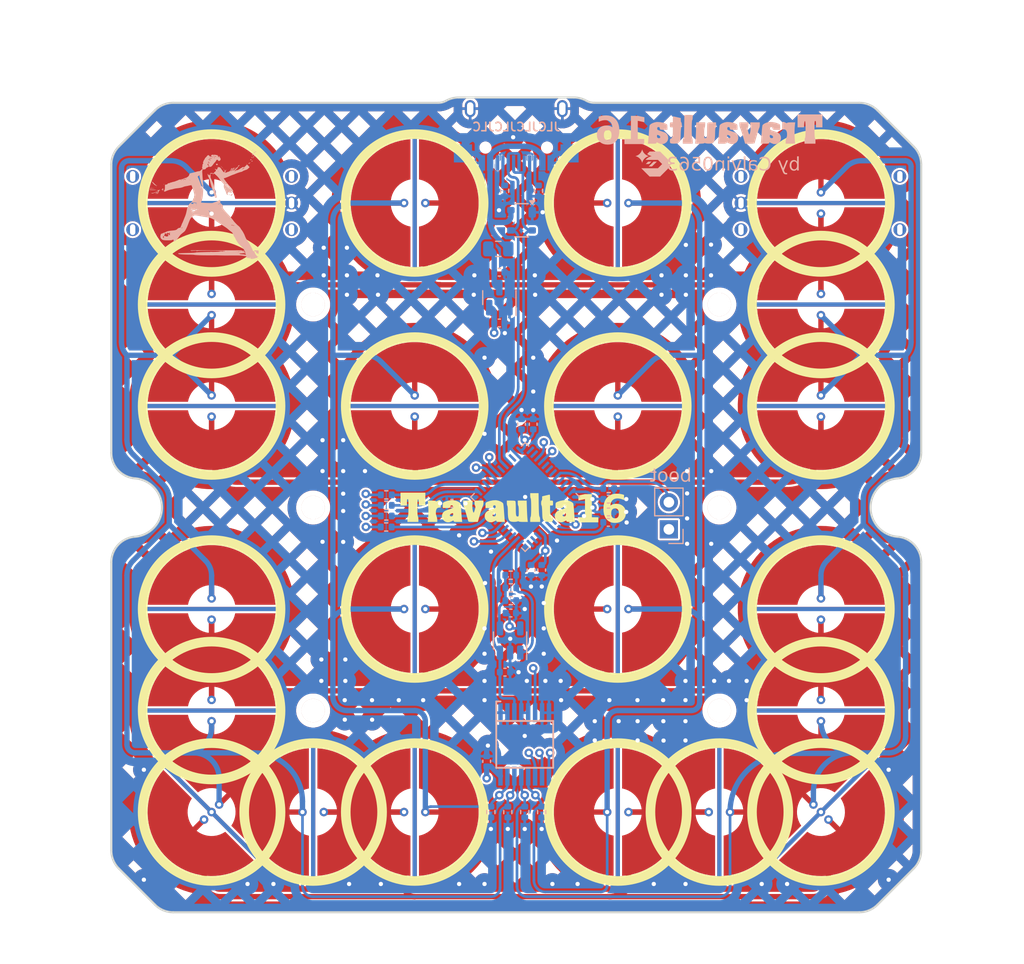
<source format=kicad_pcb>
(kicad_pcb (version 20240108) (generator "pcbnew") (generator_version "8.0")
  (layers (0 "F.Cu" signal) (1 "In1.Cu" signal) (2 "In2.Cu" signal) (31 "B.Cu" signal) (34 "B.Paste" user) (35 "F.Paste" user) (36 "B.SilkS" user "B.Silkscreen") (37 "F.SilkS" user "F.Silkscreen") (38 "B.Mask" user) (39 "F.Mask" user) (44 "Edge.Cuts" user))
  (net 0 "")
  (net 1 "GND")
  (net 2 "+3V3")
  (net 3 "+5V")
  (net 4 "Row 0")
  (net 5 "Row 3")
  (net 6 "Row 1")
  (net 7 "Row 2")
  (net 8 "D-")
  (net 9 "D+")
  (net 10 "Col 0")
  (net 11 "Col 1")
  (net 12 "Col 2")
  (net 13 "Col 3")
  (net 14 "Net-(USB1-CC1)")
  (net 15 "Net-(USB1-CC2)")
  (net 16 "VCC")
  (net 19 "BOOT0")
  (net 20 "NRST")
  (net 21 "APLEX_OUT")
  (net 22 "ADC")
  (net 23 "APLEX_EN_PIN_0")
  (net 24 "AMUX_SEL_2")
  (net 25 "AMUX_SEL_1")
  (net 26 "AMUX_SEL_0")
  (net 27 "Net-(U5--)")
  (net 46 "Net-(U1-PB11)")
  (net 47 "Net-(U1-PB10)")
  (net 48 "Net-(U1-PB12)")
  (net 49 "Net-(U1-PB13)")
  (net 53 "rotA")
  (net 54 "rotB")
  (net 55 "rotC")
  (net 56 "rotD")
  (footprint "cipulot_parts:ecs_pad_1U_no_ring" (layer "F.Cu") (at 161.13125 128.5875 180)
    (property "Reference" "SW4")
    (property "Value" "EC_SW" (hide yes))
  )
  (footprint "cipulot_parts:ecs_pad_1U_no_ring" (layer "F.Cu") (at 113.50625 128.5875 -135)
    (property "Reference" "SW13")
    (property "Value" "EC_SW" (hide yes))
  )
  (footprint "cipulot_parts:ecs_pad_1U_no_ring" (layer "F.Cu") (at 132.55625 128.5875 180)
    (property "Reference" "SW14")
    (property "Value" "EC_SW" (hide yes))
  )
  (footprint "cipulot_parts:ecs_pad_1U_no_ring" (layer "F.Cu") (at 151.60625 109.5375 180)
    (property "Reference" "SW11")
    (property "Value" "EC_SW" (hide yes))
  )
  (footprint "cipulot_parts:ecs_pad_1U_no_ring" (layer "F.Cu") (at 123.03125 128.5875)
    (property "Reference" "SW22")
    (property "Value" "EC_SW" (hide yes))
  )
  (footprint "cipulot_parts:ecs_pad_1U_no_ring" (layer "F.Cu") (at 132.55625 109.5375)
    (property "Reference" "SW10")
    (property "Value" "EC_SW" (hide yes))
  )
  (footprint "cipulot_parts:ecs_pad_1U_no_ring" (layer "F.Cu") (at 113.50625 90.4875 -90)
    (property "Reference" "SW5")
    (property "Value" "EC_SW" (hide yes))
  )
  (footprint "cipulot_parts:ecs_pad_1U_no_ring" (layer "F.Cu") (at 132.55625 71.4375)
    (property "Reference" "SW2")
    (property "Value" "EC_SW" (hide yes))
  )
  (footprint "cipulot_parts:ecs_pad_1U_no_ring" (layer "F.Cu") (at 151.60625 128.5875)
    (property "Reference" "SW15")
    (property "Value" "EC_SW" (hide yes))
  )
  (footprint "cipulot_parts:ecs_pad_1U_no_ring" (layer "F.Cu") (at 170.65625 119.0625 90)
    (property "Reference" "SW21")
    (property "Value" "EC_SW" (hide yes))
  )
  (footprint "cipulot_parts:ecs_pad_1U_no_ring_rotary_encoder_ec12" (layer "F.Cu") (at 170.65625 71.4375 -90)
    (property "Reference" "SW23")
    (property "Value" "EC_SW_RotaryEncoder_Switch" (hide yes))
  )
  (footprint "cipulot_parts:ecs_pad_1U_no_ring" (layer "F.Cu") (at 151.60625 90.4875 -90)
    (property "Reference" "SW7")
    (property "Value" "EC_SW" (hide yes))
  )
  (footprint "cipulot_parts:ecs_pad_1U_no_ring" (layer "F.Cu") (at 113.50625 80.9625 90)
    (property "Reference" "SW18")
    (property "Value" "EC_SW" (hide yes))
  )
  (footprint "cipulot_parts:ecs_pad_1U_no_ring" (layer "F.Cu") (at 170.65625 80.9625 90)
    (property "Reference" "SW19")
    (property "Value" "EC_SW" (hide yes))
  )
  (footprint "cipulot_parts:ecs_pad_1U_no_ring" (layer "F.Cu") (at 151.60625 71.4375 180)
    (property "Reference" "SW3")
    (property "Value" "EC_SW" (hide yes))
  )
  (footprint "cipulot_parts:ecs_pad_1U_no_ring" (layer "F.Cu") (at 132.55625 90.4875 -90)
    (property "Reference" "SW6")
    (property "Value" "EC_SW" (hide yes))
  )
  (footprint "cipulot_parts:ecs_pad_1U_no_ring_rotary_encoder_ec12" (layer "F.Cu") (at 113.50625 71.4375 90)
    (property "Reference" "SW20")
    (property "Value" "EC_SW_RotaryEncoder_Switch" (hide yes))
  )
  (footprint "LOGO" (layer "F.Cu") (at 139.103379 100.0125)
    (property "Reference" "G***" (hide yes))
    (property "Value" "LOGO" (hide yes))
  )
  (footprint "cipulot_parts:ecs_pad_1U_no_ring" (layer "F.Cu") (at 170.65625 109.5375 -90)
    (property "Reference" "SW12")
    (property "Value" "EC_SW" (hide yes))
  )
  (footprint "cipulot_parts:ecs_pad_1U_no_ring" (layer "F.Cu") (at 113.50625 119.0625 90)
    (property "Reference" "SW1")
    (property "Value" "EC_SW" (hide yes))
  )
  (footprint "cipulot_parts:ecs_pad_1U_no_ring" (layer "F.Cu") (at 170.65625 90.4875 -90)
    (property "Reference" "SW8")
    (property "Value" "EC_SW" (hide yes))
  )
  (footprint "cipulot_parts:ecs_pad_1U_no_ring" (layer "F.Cu") (at 170.65625 128.5875 -45)
    (property "Reference" "SW16")
    (property "Value" "EC_SW" (hide yes))
  )
  (footprint "cipulot_parts:ecs_pad_1U_no_ring" (layer "F.Cu") (at 113.50625 109.5375 -90)
    (property "Reference" "SW9")
    (property "Value" "EC_SW" (hide yes))
  )
  (footprint "cipulot_parts:HOLE_M2" (layer "B.Cu") (at 123.03125 100.0125 180)
    (property "Reference" "H6" (hide yes))
    (property "Value" "MountingHole" (hide yes))
  )
  (footprint "Capacitor_SMD:C_0402_1005Metric" (layer "B.Cu") (at 144.4625 105.8825 -90)
    (property "Reference" "C7" (hide yes))
    (property "Value" "100nf")
  )
  (footprint "LOGO" (layer "B.Cu") (at 111.91875 71.4375 180)
    (property "Reference" "G***" (hide yes))
    (property "Value" "LOGO" (hide yes))
  )
  (footprint "Capacitor_SMD:C_0402_1005Metric" (layer "B.Cu") (at 143.46875 105.8825 -90)
    (property "Reference" "C8" (hide yes))
    (property "Value" "1uF")
  )
  (footprint "cipulot_parts:TSSOP16" (layer "B.Cu") (at 142.875 122.2375)
    (property "Reference" "U4")
    (property "Value" "74HC4051")
  )
  (footprint "cipulot_parts:HOLE_M2" (layer "B.Cu") (at 123.03125 80.9625 180)
    (property "Reference" "H1" (hide yes))
    (property "Value" "MountingHole" (hide yes))
  )
  (footprint "Resistor_SMD:R_0402_1005Metric" (layer "B.Cu") (at 144.16415 70.29485 -90)
    (property "Reference" "R_USB2" (hide yes))
    (property "Value" "5.1k")
  )
  (footprint "Resistor_SMD:R_0402_1005Metric" (layer "B.Cu") (at 144.4625 128.5875 -90)
    (property "Reference" "R9" (hide yes))
    (property "Value" "100k")
  )
  (footprint "Resistor_SMD:R_0402_1005Metric" (layer "B.Cu") (at 142.875 128.5875 -90)
    (property "Reference" "R7" (hide yes))
    (property "Value" "100k")
  )
  (footprint "cipulot_parts:HOLE_M2" (layer "B.Cu") (at 161.13125 80.9625 180)
    (property "Reference" "H2" (hide yes))
    (property "Value" "MountingHole" (hide yes))
  )
  (footprint "Resistor_SMD:R_0402_1005Metric" (layer "B.Cu") (at 150.750872 98.228801)
    (property "Reference" "R1" (hide yes))
    (property "Value" "10k")
  )
  (footprint "Capacitor_SMD:C_0402_1005Metric" (layer "B.Cu") (at 136.045 99.61875 180)
    (property "Reference" "C5" (hide yes))
    (property "Value" "100nf")
  )
  (footprint "Capacitor_SMD:C_0402_1005Metric" (layer "B.Cu") (at 150.720872 101.403801)
    (property "Reference" "C1" (hide yes))
    (property "Value" "100nf")
  )
  (footprint "Capacitor_SMD:C_0402_1005Metric" (layer "B.Cu") (at 141.021987 115.462072)
    (property "Reference" "C11" (hide yes))
    (property "Value" "220pF NP0")
  )
  (footprint "Capacitor_SMD:C_0402_1005Metric" (layer "B.Cu") (at 140.49375 77.93125)
    (property "Reference" "C_LDO1" (hide yes))
    (property "Value" "1uF")
  )
  (footprint "Capacitor_SMD:C_0402_1005Metric" (layer "B.Cu") (at 142.575 92.192551 90)
    (property "Reference" "C3" (hide yes))
    (property "Value" "100nf")
  )
  (footprint "Capacitor_SMD:C_0402_1005Metric" (layer "B.Cu") (at 150.726844 100.429031)
    (property "Reference" "C4" (hide yes))
    (property "Value" "100nf")
  )
  (footprint "Resistor_SMD:R_0402_1005Metric" (layer "B.Cu") (at 129.89125 98.825 180)
    (property "Reference" "R5" (hide yes))
    (property "Value" "100")
  )
  (footprint "cipulot_parts:HOLE_M2" (layer "B.Cu") (at 123.03125 119.0625 180)
    (property "Reference" "H3" (hide yes))
    (property "Value" "MountingHole" (hide yes))
  )
  (footprint "cipulot_parts:HOLE_M2" (layer "B.Cu") (at 161.13125 119.0625 180)
    (property "Reference" "H4" (hide yes))
    (property "Value" "MountingHole" (hide yes))
  )
  (footprint "Capacitor_SMD:C_0402_1005Metric" (layer "B.Cu") (at 141.57125 109.912072 180)
    (property "Reference" "C10" (hide yes))
    (property "Value" "100nF")
  )
  (footprint "Resistor_SMD:R_0402_1005Metric" (layer "B.Cu") (at 141.562427 106.3625 180)
    (property "Reference" "R13" (hide yes))
    (property "Value" "DNP")
  )
  (footprint "Package_DFN_QFN:QFN-48-1EP_7x7mm_P0.5mm_EP5.6x5.6mm" (layer "B.Cu") (at 142.915704 99.022551 135)
    (property "Reference" "U1" (hide yes))
    (property "Value" "STM32F072CBUx")
  )
  (footprint "cipulot_parts:HOLE_M2" (layer "B.Cu") (at 161.13125 100.0125 180)
    (property "Reference" "H5" (hide yes))
    (property "Value" "MountingHole" (hide yes))
  )
  (footprint "Resistor_SMD:R_0402_1005Metric" (layer "B.Cu") (at 141.57125 108.74375)
    (property "Reference" "R12" (hide yes))
    (property "Value" "1k")
  )
  (footprint "Capacitor_SMD:C_0402_1005Metric" (layer "B.Cu") (at 139.30625 123.825 -90)
    (property "Reference" "C9" (hide yes))
    (property "Value" "100nF")
  )
  (footprint "Connector_PinSocket_2.54mm:PinSocket_1x02_P2.54mm_Vertical" (layer "B.Cu") (at 156.39375 102.05625)
    (property "Reference" "SW17" (hide yes))
    (property "Value" "SKQGABE010")
  )
  (footprint "Capacitor_SMD:C_0402_1005Metric" (layer "B.Cu") (at 140.49375 82.69375)
    (property "Reference" "C_LDO2" (hide yes))
    (property "Value" "1uF")
  )
  (footprint "Resistor_SMD:R_0402_1005Metric" (layer "B.Cu") (at 129.88171 101.837418 180)
    (property "Reference" "R3" (hide yes))
    (property "Value" "100")
  )
  (footprint "cipulot_parts:XUNPU-TYPEC-312DSS-ACP16-Assembly" (layer "B.Cu") (at 142.08125 59.982)
    (property "Reference" "USB1" (hide yes))
    (property "Value" "HRO-TYPE-C-31-M-12")
  )
  (footprint "Capacitor_SMD:C_0402_1005Metric" (layer "B.Cu") (at 143.66875 92.193365 90)
    (property "Reference" "C6" (hide yes))
    (property "Value" "10uF")
  )
  (footprint "Package_TO_SOT_SMD:SOT-23-5" (layer "B.Cu") (at 141.501987 112.487072 90)
    (property "Reference" "U5" (hide yes))
    (property "Value" "OPA354")
  )
  (footprint "Resistor_SMD:R_0402_1005Metric" (layer "B.Cu") (at 141.57125 107.55 180)
    (property "Reference" "R11" (hide yes))
    (property "Value" "100k")
  )
  (footprint "Resistor_SMD:R_0402_1005Metric" (layer "B.Cu") (at 139.7 128.5875 -90)
    (property "Reference" "R6" (hide yes))
    (property "Value" "100k")
  )
  (footprint "Package_TO_SOT_SMD:SOT-23" (layer "B.Cu") (at 140.49375 80.3125 90)
    (property "Reference" "U3" (hide yes))
    (property "Value" "XC6206PxxxMR")
  )
  (footprint "Resistor_SMD:R_0402_1005Metric" (layer "B.Cu") (at 141.2875 128.5875 -90)
    (property "Reference" "R8" (hide yes))
    (property "Value" "100k")
  )
  (footprint "Resistor_SMD:R_0402_1005Metric" (layer "B.Cu") (at 129.89125 99.80625 180)
    (property "Reference" "R4" (hide yes))
    (property "Value" "100")
  )
  (footprint "LOGO" (layer "B.Cu") (at 154.978379 67.695887 180)
    (property "Reference" "G***" (hide yes))
    (property "Value" "LOGO" (hide yes))
  )
  (footprint "Resistor_SMD:R_0402_1005Metric" (layer "B.Cu") (at 129.89125 100.80625 180)
    (property "Reference" "R2" (hide yes))
    (property "Value" "100")
  )
  (footprint "LOGO" (layer "B.Cu") (at 162.915879 64.520887 180)
    (property "Reference" "G***" (hide yes))
    (property "Value" "LOGO" (hide yes))
  )
  (footprint "Capacitor_SMD:C_0402_1005Metric" (layer "B.Cu") (at 150.732792 99.231581)
    (property "Reference" "C2" (hide yes))
    (property "Value" "100nf")
  )
  (footprint "Fuse:Fuse_0805_2012Metric" (layer "B.Cu") (at 140.3954 75.7411 180)
    (property "Reference" "F1" (hide yes))
    (property "Value" "500mA")
  )
  (footprint "Resistor_SMD:R_0402_1005Metric" (layer "B.Cu") (at 140.98915 70.29485 -90)
    (property "Reference" "R_USB1" (hide yes))
    (property "Value" "5.1k")
  )
  (footprint "Package_TO_SOT_SMD:SOT-143" (layer "B.Cu") (at 142.57665 73.05985 180)
    (property "Reference" "U2" (hide yes))
    (property "Value" "PRTR5V0U2X")
  )
  (gr_line (start 134.761752 62.0375) (end 109.90625 62.0375) (stroke (width 0.2)) (layer "Edge.Cuts"))
  (gr_arc (start 180.05625 132.1875) (mid 179.873574 133.105949) (end 179.353306 133.884556) (stroke (width 0.2)) (layer "Edge.Cuts"))
  (gr_line (start 175.953306 137.284556) (end 179.353306 133.884556) (stroke (width 0.2)) (layer "Edge.Cuts"))
  (gr_line (start 174.25625 62.0375) (end 149.39595 62.0375) (stroke (width 0.2)) (layer "Edge.Cuts"))
  (gr_arc (start 174.25625 62.0375) (mid 175.174688 62.220194) (end 175.953306 62.740444) (stroke (width 0.2)) (layer "Edge.Cuts"))
  (gr_arc (start 177.842658 102.754193) (mid 175.306267 100.012534) (end 177.842658 97.270807) (stroke (width 0.2)) (layer "Edge.Cuts"))
  (gr_arc (start 106.319842 97.270807) (mid 104.744562 96.507854) (end 104.10625 94.87806) (stroke (width 0.2)) (layer "Edge.Cuts"))
  (gr_arc (start 149.39595 62.0375) (mid 149.016159 61.988612) (end 148.661104 61.845192) (stroke (width 0.2)) (layer "Edge.Cuts"))
  (gr_arc (start 175.953306 137.284556) (mid 175.174693 137.804825) (end 174.25625 137.987499) (stroke (width 0.2)) (layer "Edge.Cuts"))
  (gr_arc (start 135.501396 61.845192) (mid 135.144027 61.989241) (end 134.761752 62.0375) (stroke (width 0.2)) (layer "Edge.Cuts"))
  (gr_arc (start 106.319842 97.270807) (mid 108.856246 100.012497) (end 106.319842 102.754193) (stroke (width 0.2)) (layer "Edge.Cuts"))
  (gr_arc (start 179.353306 66.140444) (mid 179.873568 66.919059) (end 180.056249 67.8375) (stroke (width 0.2)) (layer "Edge.Cuts"))
  (gr_arc (start 177.842658 102.754193) (mid 179.41237 103.511108) (end 180.05625 105.13046) (stroke (width 0.2)) (layer "Edge.Cuts"))
  (gr_arc (start 104.10625 105.146938) (mid 104.744493 103.517096) (end 106.319842 102.754193) (stroke (width 0.2)) (layer "Edge.Cuts"))
  (gr_line (start 147.48545 61.5375) (end 136.671784 61.5375) (stroke (width 0.2)) (layer "Edge.Cuts"))
  (gr_arc (start 180.05625 94.8781) (mid 179.417988 96.507916) (end 177.842658 97.270807) (stroke (width 0.2)) (layer "Edge.Cuts"))
  (gr_arc (start 109.90625 137.9875) (mid 108.987807 137.804816) (end 108.209194 137.284556) (stroke (width 0.2)) (layer "Edge.Cuts"))
  (gr_arc (start 108.209194 62.740444) (mid 108.987813 62.220204) (end 109.90625 62.037501) (stroke (width 0.2)) (layer "Edge.Cuts"))
  (gr_line (start 180.05625 132.1875) (end 180.05625 105.13046) (stroke (width 0.2)) (layer "Edge.Cuts"))
  (gr_line (start 108.209194 62.740444) (end 104.809194 66.140444) (stroke (width 0.2)) (layer "Edge.Cuts"))
  (gr_line (start 104.10625 105.146938) (end 104.10625 132.1875) (stroke (width 0.2)) (layer "Edge.Cuts"))
  (gr_line (start 180.05625 94.8781) (end 180.05625 67.8375) (stroke (width 0.2)) (layer "Edge.Cuts"))
  (gr_arc (start 104.10625 67.8375) (mid 104.288952 66.919069) (end 104.809194 66.140444) (stroke (width 0.2)) (layer "Edge.Cuts"))
  (gr_arc (start 147.48545 61.5375) (mid 148.093081 61.615682) (end 148.661104 61.845192) (stroke (width 0.2)) (layer "Edge.Cuts"))
  (gr_line (start 104.10625 67.8375) (end 104.10625 94.87806) (stroke (width 0.2)) (layer "Edge.Cuts"))
  (gr_line (start 179.353306 66.140444) (end 175.953306 62.740444) (stroke (width 0.2)) (layer "Edge.Cuts"))
  (gr_line (start 104.809194 133.884556) (end 108.209194 137.284556) (stroke (width 0.2)) (layer "Edge.Cuts"))
  (gr_arc (start 104.809194 133.884556) (mid 104.288947 133.105939) (end 104.106251 132.1875) (stroke (width 0.2)) (layer "Edge.Cuts"))
  (gr_line (start 109.90625 137.9875) (end 174.25625 137.9875) (stroke (width 0.2)) (layer "Edge.Cuts"))
  (gr_arc (start 135.501396 61.845192) (mid 136.06688 61.616368) (end 136.671784 61.5375) (stroke (width 0.2)) (layer "Edge.Cuts"))
  (gr_text "boot" (at 156.565879 97.064637 0) (layer "B.SilkS") (effects (font (size 1.25 1.25)) (justify mirror)))
  (gr_text "JLCJLCJLCJLC" (at 142.08125 64.29375 0) (layer "B.SilkS") (effects (font (size 0.8 0.8) (thickness 0.15) (bold yes)) (justify mirror)))
  (gr_text "16" (at 151.974593 64.828925 0) (layer "B.SilkS") (effects (font (size 2.6 2.6) (thickness 0.4) (bold yes)) (justify mirror)))
  (gr_text "by Calvin0563\n" (at 162.453585 67.866497 0) (layer "B.SilkS") (effects (font (size 1.25 1.25)) (justify mirror)))
  (gr_text "16" (at 150.028987 100.325003 0) (layer "F.SilkS") (effects (font (size 2.6 2.6) (thickness 0.4) (bold yes))))
  (segment (start 175.378627 123.865123) (end 176.252623 123.865123) (width 0.25) (layer "F.Cu") (net 1))
  (segment (start 165.1 134.14375) (end 170.65625 128.5875) (width 0.25) (layer "F.Cu") (net 1))
  (segment (start 170.65625 128.5875) (end 175.378627 123.865123) (width 0.25) (layer "F.Cu") (net 1))
  (segment (start 119.0625 135.091657) (end 119.306589 135.335746) (width 0.25) (layer "F.Cu") (net 1))
  (segment (start 113.50625 128.5875) (end 108.74375 123.825) (width 0.25) (layer "F.Cu") (net 1))
  (segment (start 107.95 123.825) (end 107.15625 124.61875) (width 0.25) (layer "F.Cu") (net 1))
  (segment (start 108.74375 123.825) (end 107.95 123.825) (width 0.25) (layer "F.Cu") (net 1))
  (segment (start 119.0625 134.14375) (end 119.0625 135.091657) (width 0.25) (layer "F.Cu") (net 1))
  (segment (start 113.50625 128.5875) (end 119.0625 134.14375) (width 0.25) (layer "F.Cu") (net 1))
  (segment (start 165.1 134.14375) (end 165.1 135.335746) (width 0.25) (layer "F.Cu") (net 1))
  (segment (start 176.252623 123.865123) (end 177.00625 124.61875) (width 0.25) (layer "F.Cu") (net 1))
  (via (at 157.986742 80.046713) (size 0.8) (drill 0.4) (layers "F.Cu" "B.Cu") (net 1))
  (via (at 158.102921 96.59144) (size 0.8) (drill 0.4) (layers "F.Cu" "B.Cu") (net 1))
  (via (at 128.560169 119.924867) (size 0.8) (drill 0.4) (layers "F.Cu" "B.Cu") (net 1))
  (via (at 140.462439 72.115502) (size 0.8) (drill 0.4) (layers "F.Cu" "B.Cu") (net 1))
  (via (at 125.849407 98.713618) (size 0.8) (drill 0.4) (layers "F.Cu" "B.Cu") (net 1))
  (via (at 158.102921 98.687753) (size 0.8) (drill 0.4) (layers "F.Cu" "B.Cu") (net 1))
  (via (at 170.65625 128.5875) (size 0.8) (drill 0.4) (layers "F.Cu" "B.Cu") (net 1))
  (via (at 165.1 135.335746) (size 0.8) (drill 0.4) (layers "F.Cu" "B.Cu") (net 1))
  (via (at 142.875 121.44375) (size 0.8) (drill 0.4) (layers "F.Cu" "B.Cu") (net 1))
  (via (at 144.555128 72.30289) (size 0.8) (drill 0.4) (layers "F.Cu" "B.Cu") (net 1))
  (via (at 143.461949 107.424502) (size 0.8) (drill 0.4) (layers "F.Cu" "B.Cu") (net 1))
  (via (at 142.875 109.5375) (size 0.8) (drill 0.4) (layers "F.Cu" "B.Cu") (net 1))
  (via (at 153.465203 121.869115) (size 0.8) (drill 0.4) (layers "F.Cu" "B.Cu") (net 1))
  (via (at 144.810011 116.280637) (size 0.8) (drill 0.4) (layers "F.Cu" "B.Cu") (net 1))
  (via (at 160.642115 116.280637) (size 0.8) (drill 0.4) (layers "F.Cu" "B.Cu") (net 1))
  (via (at 141.78915 65.2661) (size 0.8) (drill 0.4) (layers "F.Cu" "B.Cu") (net 1))
  (via (at 145.470489 135.335746) (size 0.8) (drill 0.4) (layers "F.Cu" "B.Cu") (net 1))
  (via (at 125.849407 100.336735) (size 0.8) (drill 0.4) (layers "F.Cu" "B.Cu") (net 1))
  (via (at 133.35 118.088199) (size 0.8) (drill 0.4) (layers "F.Cu" "B.Cu") (net 1))
  (via (at 143.673407 90.874178) (size 0.8) (drill 0.4) (layers "F.Cu" "B.Cu") (net 1))
  (via (at 138.151261 78.220707) (size 0.8) (drill 0.4) (layers "F.Cu" "B.Cu") (net 1))
  (via (at 123.911461 96.59144) (size 0.8) (drill 0.4) (layers "F.Cu" "B.Cu") (net 1))
  (via (at 123.911461 103.226375) (size 0.8) (drill 0.4) (layers "F.Cu" "B.Cu") (net 1))
  (via (at 163.687782 116.280637) (size 0.8) (drill 0.4) (layers "F.Cu" "B.Cu") (net 1))
  (via (at 167.48125 135.335746) (size 0.8) (drill 0.4) (layers "F.Cu" "B.Cu") (net 1))
  (via (at 141.51152 112.325933) (size 0.8) (drill 0.4) (layers "F.Cu" "B.Cu") (net 1))
  (via (at 150.8125 118.088199) (size 0.8) (drill 0.4) (layers "F.Cu" "B.Cu") (net 1))
  (via (at 163.687782 118.088199) (size 0.8) (drill 0.4) (layers "F.Cu" "B.Cu") (net 1))
  (via (at 149.441651 120.05963) (size 0.8) (drill 0.4) (layers "F.Cu" "B.Cu") (net 1))
  (via (at 141.2875 130.175) (size 0.8) (drill 0.4) (layers "F.Cu" "B.Cu") (net 1))
  (via (at 129.064575 78.220707) (size 0.8) (drill 0.4) (layers "F.Cu" "B.Cu") (net 1))
  (via (at 116.878379 135.335746) (size 0.8) (drill 0.4) (layers "F.Cu" "B.Cu") (net 1))
  (via (at 136.722129 135.335746) (size 0.8) (drill 0.4) (layers "F.Cu" "B.Cu") (net 1))
  (via (at 125.993783 118.088199) (size 0.8) (drill 0.4) (layers "F.Cu" "B.Cu") (net 1))
  (via (at 145.902294 103.109402) (size 0.8) (drill 0.4) (layers "F.Cu" "B.Cu") (net 1))
  (via (at 144.659629 111.352137) (size 0.8) (drill 0.4) (layers "F.Cu" "B.Cu") (net 1))
  (via (at 143.673407 89.127137) (size 0.8) (drill 0.4) (layers "F.Cu" "B.Cu") (net 1))
  (via (at 157.949217 116.280637) (size 0.8) (drill 0.4) (layers "F.Cu" "B.Cu") (net 1))
  (via (at 107.15625 124.61875) (size 0.8) (drill 0.4) (layers "F.Cu" "B.Cu") (net 1))
  (via (at 143.822948 78.220707) (size 0.8) (drill 0.4) (layers "F.Cu" "B.Cu") (net 1))
  (via (at 139.103379 135.335746) (size 0.8) (drill 0.4) (layers "F.Cu" "B.Cu") (net 1))
  (via (at 155.702993 78.220707) (size 0.8) (drill 0.4) (layers "F.Cu" "B.Cu") (net 1))
  (via (at 153.461872 120.05963) (size 0.8) (drill 0.4) (layers "F.Cu" "B.Cu") (net 1))
  (via (at 127.892508 96.59144) (size 0.8) (drill 0.4) (layers "F.Cu" "B.Cu") (net 1))
  (via (at 154.978379 135.335746) (size 0.8) (drill 0.4) (layers "F.Cu" "B.Cu") (net 1))
  (via (at 157.95625 135.335746) (size 0.8) (drill 0.4) (layers "F.Cu" "B.Cu") (net 1))
  (via (at 113.50625 128.5875) (size 0.8) (drill 0.4) (layers "F.Cu" "B.Cu") (net 1))
  (via (at 139.103379 93.095887) (size 0.8) (drill 0.4) (layers "F.Cu" "B.Cu") (net 1))
  (via (at 162.032296 116.280637) (size 0.8) (drill 0.4) (layers "F.Cu" "B.Cu") (net 1))
  (via (at 139.421674 122.352924) (size 0.8) (drill 0.4) (layers "F.Cu" "B.Cu") (net 1))
  (via (at 129.38125 135.335746) (size 0.8) (drill 0.4) (layers "F.Cu" "B.Cu") (net 1))
  (via (at 142.915704 99.022551) (size 0.8) (drill 0.4) (layers "F.Cu" "B.Cu") (net 1))
  (via (at 143.673407 85.952137) (size 0.8) (drill 0.4) (layers "F.Cu" "B.Cu") (net 1))
  (via (at 124.022129 75.633387) (size 0.8) (drill 0.4) (layers "F.Cu" "B.Cu") (net 1))
  (via (at 155.875557 120.05963) (size 0.8) (drill 0.4) (layers "F.Cu" "B.Cu") (net 1))
  (via (at 126.199219 75.633387) (size 0.8) (drill 0.4) (layers "F.Cu" "B.Cu") (net 1))
  (via (at 138.095928 80.046713) (size 0.8) (drill 0.4) (layers "F.Cu" "B.Cu") (net 1))
  (via (at 146.247129 116.280637) (size 0.8) (drill 0.4) (layers "F.Cu" "B.Cu") (net 1))
  (via (at 143.072129 116.280637) (size 0.8) (drill 0.4) (layers "F.Cu" "B.Cu") (net 1))
  (via (at 141.00626 83.64485) (size 0.8) (drill 0.4) (layers "F.Cu" "B.Cu") (net 1))
  (via (at 157.986742 75.366998) (size 0.8) (drill 0.4) (layers "F.Cu" "B.Cu") (net 1))
  (via (at 142.875 130.175) (size 0.8) (drill 0.4) (layers "F.Cu" "B.Cu") (net 1))
  (via (at 139.103378 116.280637) (size 0.8) (drill 0.4) (layers "F.Cu" "B.Cu") (net 1))
  (via (at 152.390997 100.424844) (size 0.8) (drill 0.4) (layers "F.Cu" "B.Cu") (net 1))
  (via (at 125.849407 103.238671) (size 0.8) (drill 0.4) (layers "F.Cu" "B.Cu") (net 1))
  (via (at 136.722129 102.620887) (size 0.8) (drill 0.4) (layers "F.Cu" "B.Cu") (net 1))
  (via (at 123.798886 116.280637) (size 0.8) (drill 0.4) (layers "F.Cu" "B.Cu") (net 1))
  (via (at 160.347639 78.220707) (size 0.8) (drill 0.4) (layers "F.Cu" "B.Cu") (net 1))
  (via (at 152.4 99.21875) (size 0.8) (drill 0.4) (layers "F.Cu" "B.Cu") (net 1))
  (via (at 142.295737 115.462072) (size 0.8) (drill 0.4) (layers "F.Cu" "B.Cu") (net 1))
  (via (at 157.986742 78.220707) (size 0.8) (drill 0.4) (layers "F.Cu" "B.Cu") (net 1))
  (via (at 177.00625 134.9375) (size 0.8) (drill 0.4) (layers "F.Cu" "B.Cu") (net 1))
  (via (at 134.9375 99.61875) (size 0.8) (drill 0.4) (layers "F.Cu" "B.Cu") (net 1))
  (via (at 139.103379 113.733387) (size 0.8) (drill 0.4) (layers "F.Cu" "B.Cu") (net 1))
  (via (at 144.659629 113.733387) (size 0.8) (drill 0.4) (layers "F.Cu" "B.Cu") (net 1))
  (via (at 139.153314 107.099528) (size 0.8) (drill 0.4) (layers "F.Cu" "B.Cu") (net 1))
  (via (at 152.434072 101.415564) (size 0.8) (drill 0.4) (layers "F.Cu" "B.Cu") (net 1))
  (via (at 131.06503 118.088199) (size 0.8) (drill 0.4) (layers "F.Cu" "B.Cu") (net 1))
  (via (at 139.7 130.175) (size 0.8) (drill 0.4) (layers "F.Cu" "B.Cu") (net 1))
  (via (at 126.049116 114.272087) (size 0.8) (drill 0.4) (layers "F.Cu" "B.Cu") (net 1))
  (via (at 155.892469 121.880308) (size 0.8) (drill 0.4) (layers "F.Cu" "B.Cu") (net 1))
  (via (at 129.11338 80.046713) (size 0.8) (drill 0.4) (layers "F.Cu" "B.Cu") (net 1))
  (via (at 125.849407 93.693108) (size 0.8) (drill 0.4) (layers "F.Cu" "B.Cu") (net 1))
  (via (at 126.049116 116.280637) (size 0.8) (drill 0.4) (layers "F.Cu" "B.Cu") (net 1))
  (via (at 146.285628 118.088199) (size 0.8) (drill 0.4) (layers "F.Cu" "B.Cu") (net 1))
  (via (at 149.442492 121.869115) (size 0.8) (drill 0.4) (layers "F.Cu" "B.Cu") (net 1))
  (via (at 107.15625 134.9375) (size 0.8) (drill 0.4) (layers "F.Cu" "B.Cu") (net 1))
  (via (at 160.365447 103.414637) (size 0.8) (drill 0.4) (layers "F.Cu" "B.Cu") (net 1))
  (via (at 144.4625 130.175) (size 0.8) (drill 0.4) (layers "F.Cu" "B.Cu") (net 1))
  (via (at 124.022129 78.220707) (size 0.8) (drill 0.4) (layers "F.Cu" "B.Cu") (net 1))
  (via (at 126.403379 135.335746) (size 0.8) (drill 0.4) (layers "F.Cu" "B.Cu") (net 1))
  (via (at 157.949217 121.869115) (size 0.8) (drill 0.4) (layers "F.Cu" "B.Cu") (net 1))
  (via (at 160.365447 96.59144) (size 0.8) (drill 0.4) (layers "F.Cu" "B.Cu") (net 1))
  (via (at 139.103379 118.088199) (size 0.8) (drill 0.4) (layers "F.Cu" "B.Cu") (net 1))
  (via (at 139.103379 111.352137) (size 0.8) (drill 0.4) (layers "F.Cu" "B.Cu") (net 1))
  (via (at 158.102921 101.033387) (size 0.8) (drill 0.4) (layers "F.Cu" "B.Cu") (net 1))
  (via (at 125.849407 96.59144) (size 0.8) (drill 0.4) (layers "F.Cu" "B.Cu") (net 1))
  (via (at 147.834629 135.335746) (size 0.8) (drill 0.4) (layers "F.Cu" "B.Cu") (net 1))
  (via (at 119.306589 135.335746) (size 0.8) (drill 0.4) (layers "F.Cu" "B.Cu") (net 1))
  (via (at 153.448377 118.088199) (size 0.8) (drill 0.4) (layers "F.Cu" "B.Cu") (net 1))
  (via (at 144.659629 108.970887) (size 0.8) (drill 0.4) (layers "F.Cu" "B.Cu") (net 1))
  (via (at 139.103379 85.952137) (size 0.8) (drill 0.4) (layers "F.Cu" "B.Cu") (net 1))
  (via (at 126.001561 119.915563) (size 0.8) (drill 0.4) (layers "F.Cu" "B.Cu") (net 1))
  (via (at 142.574146 90.862556) (size 0.8) (drill 0.4) (layers "F.Cu" "B.Cu") (net 1))
  (via (at 144.474207 107.424502) (size 0.8) (drill 0.4) (layers "F.Cu" "B.Cu") (net 1))
  (via (at 160.347639 75.342596) (size 0.8) (drill 0.4) (layers "F.Cu" "B.Cu") (net 1))
  (via (at 151.685617 120.05963) (size 0.8) (drill 0.4) (layers "F.Cu" "B.Cu") (net 1))
  (via (at 139.709462 104.14741) (size 0.8) (drill 0.4) (layers "F.Cu" "B.Cu") (net 1))
  (via (at 128.550451 118.088199) (size 0.8) (drill 0.4) (layers "F.Cu" "B.Cu") (net 1))
  (via (at 155.858181 118.088199) (size 0.8) (drill 0.4) (layers "F.Cu" "B.Cu") (net 1))
  (via (at 123.798886 114.272087) (size 0.8) (drill 0.4) (layers "F.Cu" "B.Cu") (net 1))
  (via (at 126.199219 80.046713) (size 0.8) (drill 0.4) (layers "F.Cu" "B.Cu") (net 1))
  (via (at 155.702993 80.046713) (size 0.8) (drill 0.4) (layers "F.Cu" "B.Cu") (net 1))
  (via (at 157.949217 118.088199) (size 0.8) (drill 0.4) (layers "F.Cu" "B.Cu") (net 1))
  (via (at 123.911461 93.693108) (size 0.8) (drill 0.4) (layers "F.Cu" "B.Cu") (net 1))
  (via (at 177.00625 124.61875) (size 0.8) (drill 0.4) (layers "F.Cu" "B.Cu") (net 1))
  (via (at 157.949217 120.05963) (size 0.8) (drill 0.4) (layers "F.Cu" "B.Cu") (net 1))
  (via (at 143.850614 80.046713) (size 0.8) (drill 0.4) (layers "F.Cu" "B.Cu") (net 1))
  (via (at 126.199219 78.220707) (size 0.8) (drill 0.4) (layers "F.Cu" "B.Cu") (net 1))
  (via (at 158.102921 103.414637) (size 0.8) (drill 0.4) (layers "F.Cu" "B.Cu") (net 1))
  (segment (start 143.19758 119.26316) (end 143.19758 121.12117) (width 0.25) (layer "B.Cu") (net 1))
  (segment (start 151.260872 99.183501) (end 151.212792 99.231581) (width 0.25) (layer "B.Cu") (net 1))
  (segment (start 142.875 129.0975) (end 142.875 130.175) (width 0.25) (layer "B.Cu") (net 1))
  (segment (start 140.97375 83.61234) (end 141.00626 83.64485) (width 0.5) (layer "B.Cu") (net 1))
  (segment (start 152.387169 99.231581) (end 152.4 99.21875) (width 0.25) (layer "B.Cu") (net 1))
  (segment (start 145.269258 99.022551) (end 142.915704 99.022551) (width 0.25) (layer "B.Cu") (net 1))
  (segment (start 139.7 129.0975) (end 139.7 130.175) (width 0.25) (layer "B.Cu") (net 1))
  (segment (start 143.66875 91.713365) (end 143.66875 90.878835) (width 0.25) (layer "B.Cu") (net 1))
  (segment (start 139.30625 122.468348) (end 139.421674 122.352924) (width 0.5) (layer "B.Cu") (net 1))
  (segment (start 152.38681 100.429031) (end 152.390997 100.424844) (width 0.25) (layer "B.Cu") (net 1))
  (segment (start 152.422309 101.403801) (end 152.434072 101.415564) (width 0.25) (layer "B.Cu") (net 1))
  (segment (start 142.55242 119.26316) (end 142.55242 121.12117) (width 0.25) (layer "B.Cu") (net 1))
  (segment (start 140.97375 82.69375) (end 140.97375 83.61234) (width 0.5) (layer "B.Cu") (net 1))
  (segment (start 137.96125 66.782) (end 137.08125 66.782) (width 0.5) (layer "B.Cu") (net 1))
  (segment (start 142.05125 109.912072) (end 142.500428 109.912072) (width 0.25) (layer "B.Cu") (net 1))
  (segment (start 142.08125 109.882072) (end 142.05125 109.912072) (width 0.25) (layer "B.Cu") (net 1))
  (segment (start 141.501987 113.624572) (end 141.501987 114.668322) (width 0.25) (layer "B.Cu") (net 1))
  (segment (start 141.25194 119.26316) (end 141.25194 120.40216) (width 0.25) (layer "B.Cu") (net 1))
  (segment (start 151.212792 99.231581) (end 152.387169 99.231581) (width 0.25) (layer "B.Cu") (net 1))
  (segment (start 140.97375 82.69375) (end 140.97375 81.72) (width 0.5) (layer "B.Cu") (net 1))
  (segment (start 142.10284 121.44375) (end 142.875 121.44375) (width 0.25) (layer "B.Cu") (net 1))
  (segment (start 141.501987 112.335466) (end 141.51152 112.325933) (width 0.25) (layer "B.Cu") (net 1))
  (segment (start 142.915704 99.022551) (end 142.915704 96.668997) (width 0.25) (layer "B.Cu") (net 1))
  (segment (start 139.30625 123.345) (end 139.30625 122.468348) (width 0.5) (layer "B.Cu") (net 1))
  (segment (start 144.4625 129.0975) (end 144.4625 130.175) (width 0.25) (layer "B.Cu") (net 1))
  (segment (start 145.56535 65.2661) (end 141.78915 65.2661) (width 0.5) (layer "B.Cu") (net 1))
  (segment (start 144.4625 106.3625) (end 144.4625 107.412795) (width 0.25) (layer "B.Cu") (net 1))
  (segment (start 135.565 99.61875) (end 134.9375 99.61875) (width 0.25) (layer "B.Cu") (net 1))
  (segment (start 138.59715 65.2661) (end 141.78915 65.2661) (width 0.5) (layer "B.Cu") (net 1))
  (segment (start 144.49806 119.26316) (end 144.49806 120.40216) (width 0.25) (layer "B.Cu") (net 1))
  (segment (start 151.200872 101.403801) (end 152.422309 101.403801) (width 0.25) (layer "B.Cu") (net 1))
  (segment (start 144.448168 72.40985) (end 144.555128 72.30289) (width 0.5) (layer "B.Cu") (net 1))
  (segment (start 143.66875 90.878835) (end 143.673407 90.874178) (width 0.25) (layer "B.Cu") (net 1))
  (segment (start 143.46875 107.417701) (end 143.461949 107.424502) (width 0.25) (layer "B.Cu") (net 1))
  (segment (start 146.937374 98.182862) (end 146.683471 98.436765) (width 0.25) (layer "B.Cu") (net 1))
  (segment (start 107.95 123.825) (end 107.15625 124.61875) (width 0.25) (layer "B.Cu") (net 1))
  (segment (start 140.6017 119.26316) (end 140.6017 119.94261) (width 0.25) (layer "B.Cu") (net 1))
  (segment (start 141.501987 113.624572) (end 141.501987 112.335466) (width 0.25) (layer "B.Cu") (net 1))
  (segment (start 139.147936 99.608338) (end 138.894034 99.86224) (width 0.25) (layer "B.Cu") (net 1))
  (segment (start 140.462439 71.331561) (end 140.462439 72.115502) (width 0.5) (layer "B.Cu") (net 1))
  (segment (start 151.206844 100.429031) (end 152.38681 100.429031) (width 0.25) (layer "B.Cu") (net 1))
  (segment (start 145.1483 119.26316) (end 145.1483 119.934192) (width 0.25) (layer "B.Cu") (net 1))
  (segment (start 142.915704 99.022551) (end 140.56215 99.022551) (width 0.25) (layer "B.Cu") (net 1))
  (segment (start 141.501987 115.462072) (end 142.295737 115.462072) (width 0.25) (layer "B.Cu") (net 1))
  (segment (start 142.575 90.86341) (end 142.574146 90.862556) (width 0.25) (layer "B.Cu") (net 1))
  (segment (start 143.638742 121.44375) (end 142.875 121.44375) (width 0.25) (layer "B.Cu") (net 1))
  (segment (start 141.44375 81.25) (end 141.44375 78.40125) (width 0.5) (layer "B.Cu") (net 1))
  (segment (start 142.29353 121.44375) (end 142.875 121.44375) (width 0.25) (layer "B.Cu") (net 1))
  (segment (start 141.2875 129.0975) (end 141.2875 130.175) (width 0.25) (layer "B.Cu") (net 1))
  (segment (start 151.260872 98.228801) (end 151.260872 99.183501) (width 0.25) (layer "B.Cu") (net 1))
  (segment (start 143.45647 121.44375) (end 142.875 121.44375) (width 0.25) (layer "B.Cu") (net 1))
  (segment (start 142.08125 108.74375) (end 142.08125 109.882072) (width 0.25) (layer "B.Cu") (net 1))
  (segment (start 108.74375 123.825) (end 107.95 123.825) (width 0.25) (layer "B.Cu") (net 1))
  (segment (start 143.46875 106.3625) (end 143.46875 107.417701) (width 0.25) (layer "B.Cu") (net 1))
  (segment (start 142.575 91.712551) (end 142.575 90.86341) (width 0.25) (layer "B.Cu") (net 1))
  (segment (start 144.555128 72.30289) (end 144.555128 71.195828) (width 0.5) (layer "B.Cu") (net 1))
  (segment (start 113.50625 128.5875) (end 108.74375 123.825) (width 0.25) (layer "B.Cu") (net 1))
  (segment (start 142.915704 99.254785) (end 142.915704 99.022551) (width 0.25) (layer "B.Cu") (net 1))
  (segment (start 144.4625 107.412795) (end 144.474207 107.424502) (width 0.25) (layer "B.Cu") (net 1))
  (segment (start 144.816053 101.983561) (end 143.50149 100.668998) (width 0.25) (layer "B.Cu") (net 1))
  (segment (start 146.20125 66.782) (end 147.08125 66.782) (width 0.5) (layer "B.Cu") (net 1))
  (segment (start 142.329917 95.254783) (end 142.076015 95.000881) (width 0.25) (layer "B.Cu") (net 1))
  (arc (start 138.85625 67.677) (mid 138.594111 67.044139) (end 137.96125 66.782) (width 0.5) (layer "B.Cu") (net 1))
  (arc (start 144.49806 120.40216) (mid 144.192985 121.138675) (end 143.45647 121.44375) (width 0.25) (layer "B.Cu") (net 1))
  (arc (start 137.08125 66.782) (mid 137.525247 65.710097) (end 138.59715 65.2661) (width 0.5) (layer "B.Cu") (net 1))
  (arc (start 142.500428 109.912072) (mid 142.76529 109.802362) (end 142.875 109.5375) (width 0.25) (layer "B.Cu") (net 1))
  (arc (start 141.25194 120.40216) (mid 141.557015 121.138675) (end 142.29353 121.44375) (width 0.25) (layer "B.Cu") (net 1))
  (arc (start 143.19758 121.12117) (mid 143.103099 121.349269) (end 142.875 121.44375) (width 0.25) (layer "B.Cu") (net 1))
  (arc (start 140.98915 70.80485) (mid 140.616709 70.95912) (end 140.462439 71.331561) (width 0.5) (layer "B.Cu") (net 1))
  (arc (start 145.30625 67.677) (mid 145.568389 67.044139) (end 146.20125 66.782) (width 0.5) (layer "B.Cu") (net 1))
  (arc (start 142.915704 99.254785) (mid 143.067945 100.020152) (end 143.50149 100.668998) (width 0.25) (layer "B.Cu") (net 1))
  (arc (start 142.915704 96.668997) (mid 142.763463 95.90363) (end 142.329917 95.254783) (width 0.25) (layer "B.Cu") (net 1))
  (arc (start 140.97375 81.72) (mid 141.11141 81.38766) (end 141.44375 81.25) (width 0.5) (layer "B.Cu") (net 1))
  (arc (start 141.501987 114.668322) (mid 141.734471 115.229588) (end 142.295737 115.462072) (width 0.25) (layer "B.Cu") (net 1))
  (arc (start 145.1483 119.934192) (mid 144.706161 121.001611) (end 143.638742 121.44375) (width 0.25) (layer "B.Cu") (net 1))
  (arc (start 146.683471 98.436765) (mid 146.034625 98.87031) (end 145.269258 99.022551) (width 0.25) (layer "B.Cu") (net 1))
  (arc (start 144.555128 71.195828) (mid 144.440613 70.919365) (end 144.16415 70.80485) (width 0.5) (layer "B.Cu") (net 1))
  (arc (start 139.147936 99.608338) (mid 139.796783 99.174792) (end 140.56215 99.022551) (width 0.25) (layer "B.Cu") (net 1))
  (arc (start 141.44375 78.40125) (mid 141.30609 78.06891) (end 140.97375 77.93125) (width 0.5) (layer "B.Cu") (net 1))
  (arc (start 140.6017 119.94261) (mid 141.041374 121.004076) (end 142.10284 121.44375) (width 0.25) (layer "B.Cu") (net 1))
  (arc (start 142.55242 121.12117) (mid 142.646901 121.349269) (end 142.875 121.44375) (width 0.25) (layer "B.Cu") (net 1))
  (arc (start 147.08125 66.782) (mid 146.637253 65.710097) (end 145.56535 65.2661) (width 0.5) (layer "B.Cu") (net 1))
  (via (at 139.30625 125.4125) (size 0.8) (drill 0.4) (layers "F.Cu" "B.Cu") (net 2))
  (via (at 144.807031 104.064219) (size 0.8) (drill 0.4) (layers "F.Cu" "B.Cu") (net 2))
  (via (at 137.31875 99.61875) (size 0.8) (drill 0.4) (layers "F.Cu" "B.Cu") (net 2))
  (via (at 149.225 100.0125) (size 0.8) (drill 0.4) (layers "F.Cu" "B.Cu") (net 2))
  (via (at 141.451986 111.166484) (size 0.8) (drill 0.4) (layers "F.Cu" "B.Cu") (net 2))
  (via (at 142.875 93.6625) (size 0.8) (drill 0.4) (layers "F.Cu" "B.Cu") (net 2))
  (via (at 140.00657 83.619858) (size 0.8) (drill 0.4) (layers "F.Cu" "B.Cu") (net 2))
  (via (at 149.225 99.21875) (size 0.8) (drill 0.4) (layers "F.Cu" "B.Cu") (net 2))
  (segment (start 143.46875 105.4025) (end 144.807031 104.064219) (width 0.25) (layer "B.Cu") (net 2))
  (segment (start 144.807031 104.064219) (end 144.807031 102.889734) (width 0.25) (layer "B.Cu") (net 2))
  (segment (start 143.66875 92.86875) (end 143.66875 92.673365) (width 0.25) (layer "B.Cu") (net 2))
  (segment (start 142.575 93.3625) (end 142.575 92.672551) (width 0.25) (layer "B.Cu") (net 2))
  (segment (start 149.641531 100.429031) (end 150.246844 100.429031) (width 0.25) (layer "B.Cu") (net 2))
  (segment (start 136.525 99.61875) (end 137.31875 99.61875) (width 0.25) (layer "B.Cu") (net 2))
  (segment (start 140.01375 82.69375) (end 140.01375 83.612678) (width 0.5) (layer "B.Cu") (net 2))
  (segment (start 150.239961 99.21875) (end 150.252792 99.231581) (width 0.25) (layer "B.Cu") (net 2))
  (segment (start 148.721187 99.508687) (end 147.290927 99.508687) (width 0.25) (layer "B.Cu") (net 2))
  (segment (start 144.807031 104.064219) (end 144.807031 105.057969) (width 0.25) (layer "B.Cu") (net 2))
  (segment (start 148.542665 98.536415) (end 147.290927 98.536415) (width 0.25) (layer "B.Cu") (net 2))
  (segment (start 142.875 93.6625) (end 142.875 94.201896) (width 0.25) (layer "B.Cu") (net 2))
  (segment (start 139.30625 124.305) (end 139.68555 124.305) (width 0.5) (layer "B.Cu") (net 2))
  (segment (start 139.30625 124.305) (end 139.30625 125.4125) (width 0.5) (layer "B.Cu") (net 2))
  (segment (start 141.451986 111.166484) (end 141.451986 110.272808) (width 0.25) (layer "B.Cu") (net 2))
  (segment (start 144.65989 102.534504) (end 144.4625 102.337114) (width 0.25) (layer "B.Cu") (net 2))
  (segment (start 140.01375 82.69375) (end 140.01375 81.72) (width 0.5) (layer "B.Cu") (net 2))
  (segment (start 141.635074 111.349572) (end 142.451987 111.349572) (width 0.25) (layer "B.Cu") (net 2))
  (segment (start 140.01375 83.612678) (end 140.00657 83.619858) (width 0.5) (layer "B.Cu") (net 2))
  (segment (start 138.274766 99.61875) (end 137.31875 99.61875) (width 0.25) (layer "B.Cu") (net 2))
  (segment (start 149.225 99.21875) (end 150.239961 99.21875) (width 0.25) (layer "B.Cu") (net 2))
  (segment (start 139.68555 124.305) (end 140.59239 125.21184) (width 0.5) (layer "B.Cu") (net 2))
  (arc (start 144.807031 102.889734) (mid 144.76879 102.697485) (end 144.65989 102.534504) (width 0.25) (layer "B.Cu") (net 2))
  (arc (start 149.225 100.0125) (mid 149.346999 100.307032) (end 149.641531 100.429031) (width 0.25) (layer "B.Cu") (net 2))
  (arc (start 138.540481 99.508687) (mid 138.41857 99.590146) (end 138.274766 99.61875) (width 0.25) (layer "B.Cu") (net 2))
  (arc (start 142.875 93.6625) (mid 142.662868 93.574632) (end 142.575 93.3625) (width 0.25) (layer "B.Cu") (net 2))
  (arc (start 142.875 94.201896) (mid 142.744536 94.516864) (end 142.429568 94.647328) (width 0.25) (layer "B.Cu") (net 2))
  (arc (start 149.225 100.0125) (mid 149.077437 99.65625) (end 148.721187 99.508687) (width 0.25) (layer "B.Cu") (net 2))
  (arc (start 141.451986 111.166484) (mid 141.505611 111.295947) (end 141.635074 111.349572) (width 0.25) (layer "B.Cu") (net 2))
  (arc (start 141.451986 110.272808) (mid 141.346329 110.017729) (end 141.09125 109.912072) (width 0.25) (layer "B.Cu") (net 2))
  (arc (start 141.45611 111.170608) (mid 141.508527 111.297155) (end 141.635074 111.349572) (width 0.25) (layer "B.Cu") (net 2))
  (arc (start 144.807031 105.057969) (mid 144.70612 105.301589) (end 144.4625 105.4025) (width 0.25) (layer "B.Cu") (net 2))
  (arc (start 142.875 93.6625) (mid 143.436266 93.430016) (end 143.66875 92.86875) (width 0.25) (layer "B.Cu") (net 2))
  (arc (start 140.01375 81.72) (mid 139.87609 81.38766) (end 139.54375 81.25) (width 0.5) (layer "B.Cu") (net 2))
  (arc (start 149.225 99.21875) (mid 149.025149 98.736266) (end 148.542665 98.536415) (width 0.25) (layer "B.Cu") (net 2))
  (segment (start 140.01375 77.93125) (end 140.01375 78.895) (width 0.5) (layer "B.Cu") (net 3))
  (segment (start 140.01375 77.93125) (end 140.01375 76.29695) (width 0.5) (layer "B.Cu") (net 3))
  (arc (start 140.01375 78.895) (mid 140.154339 79.234411) (end 140.49375 79.375) (width 0.5) (layer "B.Cu") (net 3))
  (arc (start 140.01375 76.29695) (mid 139.850945 75.903905) (end 139.4579 75.7411) (width 0.5) (layer "B.Cu") (net 3))
  (segment (start 115.8875 79.1125) (end 134.9375 79.1125) (width 0.5) (layer "F.Cu") (net 4))
  (segment (start 113.50625 72.4375) (end 113.50625 79.9625) (width 0.5) (layer "F.Cu") (net 4))
  (segment (start 133.55625 77.73125) (end 133.55625 74.839637) (width 0.5) (layer "F.Cu") (net 4))
  (segment (start 134.9375 79.1125) (end 149.225 79.1125) (width 0.5) (layer "F.Cu") (net 4))
  (segment (start 170.65625 79.9625) (end 170.65625 72.4375) (width 0.5) (layer "F.Cu") (net 4))
  (segment (start 150.60625 77.73125) (end 150.60625 74.839637) (width 0.5) (layer "F.Cu") (net 4))
  (segment (start 149.225 79.1125) (end 168.275 79.1125) (width 0.5) (layer "F.Cu") (net 4))
  (via (at 127.968108 99.727137) (size 0.8) (drill 0.4) (layers "F.Cu" "B.Cu") (net 4))
  (arc (start 149.225 79.1125) (mid 150.201691 78.707941) (end 150.60625 77.73125) (width 0.5) (layer "F.Cu") (net 4))
  (arc (start 134.9375 79.1125) (mid 133.960809 78.707941) (end 133.55625 77.73125) (width 0.5) (layer "F.Cu") (net 4))
  (segment (start 129.38125 99.80625) (end 128.047221 99.80625) (width 0.25) (layer "B.Cu") (net 4))
  (arc (start 128.047221 99.80625) (mid 127.99128 99.783078) (end 127.968108 99.727137) (width 0.25) (layer "B.Cu") (net 4))
  (segment (start 112.799143 131.7625) (end 112.799143 135.024143) (width 0.5) (layer "F.Cu") (net 5))
  (segment (start 124.03125 128.5875) (end 131.55625 128.5875) (width 0.5) (layer "F.Cu") (net 5))
  (segment (start 150.8125 136.525) (end 169.8625 136.525) (width 0.5) (layer "F.Cu") (net 5))
  (segment (start 150.940635 136.522823) (end 151.194295 136.486351) (width 0.5) (layer "F.Cu") (net 5))
  (segment (start 114.3 136.525) (end 132.55625 136.525) (width 0.5) (layer "F.Cu") (net 5))
  (segment (start 132.55625 136.525) (end 150.8125 136.525) (width 0.5) (layer "F.Cu") (net 5))
  (segment (start 150.8125 136.525) (end 150.940635 136.522823) (width 0.5) (layer "F.Cu") (net 5))
  (segment (start 151.440183 136.41415) (end 151.673293 136.307691) (width 0.5) (layer "F.Cu") (net 5))
  (segment (start 151.194295 136.486351) (end 151.440183 136.41415) (width 0.5) (layer "F.Cu") (net 5))
  (segment (start 131.55625 131.7625) (end 131.55625 135.525) (width 0.5) (layer "F.Cu") (net 5))
  (segment (start 152.60625 135.410979) (end 152.60625 130.96875) (width 0.5) (layer "F.Cu") (net 5))
  (segment (start 171.363357 131.7625) (end 171.363357 135.024143) (width 0.5) (layer "F.Cu") (net 5))
  (segment (start 152.60625 128.5875) (end 160.13125 128.5875) (width 0.5) (layer "F.Cu") (net 5))
  (segment (start 151.673293 136.307691) (end 151.774729 136.2425) (width 0.5) (layer "F.Cu") (net 5))
  (via (at 127.977563 101.827137) (size 0.8) (drill 0.4) (layers "F.Cu" "B.Cu") (net 5))
  (arc (start 151.774729 136.2425) (mid 152.362703 135.998953) (end 152.60625 135.410979) (width 0.5) (layer "F.Cu") (net 5))
  (arc (start 131.55625 135.525) (mid 131.849143 136.232107) (end 132.55625 136.525) (width 0.5) (layer "F.Cu") (net 5))
  (arc (start 171.363357 135.024143) (mid 170.923766 136.085409) (end 169.8625 136.525) (width 0.5) (layer "F.Cu") (net 5))
  (arc (start 112.799143 135.024143) (mid 113.238734 136.085409) (end 114.3 136.525) (width 0.5) (layer "F.Cu") (net 5))
  (segment (start 128.008196 101.837418) (end 127.977563 101.806785) (width 0.25) (layer "B.Cu") (net 5))
  (segment (start 129.37171 101.837418) (end 128.008196 101.837418) (width 0.25) (layer "B.Cu") (net 5))
  (segment (start 134.340879 97.63125) (end 149.422129 97.63125) (width 0.5) (layer "F.Cu") (net 6))
  (segment (start 134.14375 97.63125) (end 134.340879 97.63125) (width 0.5) (layer "F.Cu") (net 6))
  (segment (start 113.50625 95.215323) (end 113.50625 91.4875) (width 0.5) (layer "F.Cu") (net 6))
  (segment (start 151.60625 95.447129) (end 151.60625 91.4875) (width 0.5) (layer "F.Cu") (net 6))
  (segment (start 170.65625 91.4875) (end 170.65625 94.421573) (width 0.5) (layer "F.Cu") (net 6))
  (segment (start 127.990879 97.63125) (end 115.922177 97.63125) (width 0.5) (layer "F.Cu") (net 6))
  (segment (start 149.422129 97.63125) (end 150.01875 97.63125) (width 0.5) (layer "F.Cu") (net 6))
  (segment (start 150.01875 97.63125) (end 167.446573 97.63125) (width 0.5) (layer "F.Cu") (net 6))
  (segment (start 134.14375 97.63125) (end 127.990879 97.63125) (width 0.5) (layer "F.Cu") (net 6))
  (segment (start 132.55625 96.04375) (end 132.55625 91.4875) (width 0.5) (layer "F.Cu") (net 6))
  (via (at 127.963373 98.727146) (size 0.8) (drill 0.4) (layers "F.Cu" "B.Cu") (net 6))
  (arc (start 134.14375 97.63125) (mid 133.021218 97.166282) (end 132.55625 96.04375) (width 0.5) (layer "F.Cu") (net 6))
  (arc (start 170.65625 94.421573) (mid 169.716157 96.691157) (end 167.446573 97.63125) (width 0.5) (layer "F.Cu") (net 6))
  (arc (start 149.422129 97.63125) (mid 150.966536 96.991536) (end 151.60625 95.447129) (width 0.5) (layer "F.Cu") (net 6))
  (arc (start 115.922177 97.63125) (mid 114.213859 96.923641) (end 113.50625 95.215323) (width 0.5) (layer "F.Cu") (net 6))
  (segment (start 129.38125 98.825) (end 128.061227 98.825) (width 0.25) (layer "B.Cu") (net 6))
  (segment (start 128.061227 98.825) (end 127.963373 98.727146) (width 0.25) (layer "B.Cu") (net 6))
  (segment (start 113.50625 110.5375) (end 113.50625 118.0625) (width 0.5) (layer "F.Cu") (net 7))
  (segment (start 170.65625 118.0625) (end 170.65625 110.5375) (width 0.5) (layer "F.Cu") (net 7))
  (segment (start 134.340879 117.2125) (end 149.225 117.2125) (width 0.5) (layer "F.Cu") (net 7))
  (segment (start 150.60625 116.028379) (end 150.60625 112.145887) (width 0.5) (layer "F.Cu") (net 7))
  (segment (start 149.225 117.2125) (end 149.422129 117.2125) (width 0.5) (layer "F.Cu") (net 7))
  (segment (start 133.55625 116.427871) (end 133.55625 112.145887) (width 0.5) (layer "F.Cu") (net 7))
  (segment (start 113.50625 110.5375) (end 113.50625 115.09375) (width 0.5) (layer "F.Cu") (net 7))
  (segment (start 149.422129 117.2125) (end 168.275 117.2125) (width 0.5) (layer "F.Cu") (net 7))
  (segment (start 134.340879 117.2125) (end 115.625 117.2125) (width 0.5) (layer "F.Cu") (net 7))
  (via (at 127.968108 100.80625) (size 0.8) (drill 0.4) (layers "F.Cu" "B.Cu") (net 7))
  (arc (start 149.422129 117.2125) (mid 150.259429 116.865679) (end 150.60625 116.028379) (width 0.5) (layer "F.Cu") (net 7))
  (arc (start 134.340879 117.2125) (mid 133.786063 116.982687) (end 133.55625 116.427871) (width 0.5) (layer "F.Cu") (net 7))
  (segment (start 129.38125 100.80625) (end 127.968108 100.80625) (width 0.25) (layer "B.Cu") (net 7))
  (segment (start 142.33125 67.677) (end 142.33125 66.952) (width 0.25) (layer "B.Cu") (net 8))
  (segment (start 141.33125 67.677) (end 141.33125 68.538396) (width 0.25) (layer "B.Cu") (net 8))
  (segment (start 142.25165 69.458796) (end 142.25165 73.33485) (width 0.25) (layer "B.Cu") (net 8))
  (segment (start 140.637262 95.683449) (end 141.015355 96.061541) (width 0.25) (layer "B.Cu") (net 8))
  (segment (start 141.682543 90.092457) (end 141.079536 90.695464) (width 0.25) (layer "B.Cu") (net 8))
  (segment (start 140.629573 95.67576) (end 140.637262 95.683449) (width 0.25) (layer "B.Cu") (net 8))
  (segment (start 140.49375 92.109677) (end 140.49375 95.347854) (width 0.25) (layer "B.Cu") (net 8))
  (segment (start 142.26833 78.575098) (end 142.268329 78.575098) (width 0.25) (layer "B.Cu") (net 8))
  (segment (start 142.26833 74.70153) (end 142.26833 78.575098) (width 0.25) (layer "B.Cu") (net 8))
  (segment (start 141.33125 67.677) (end 141.33125 66.952) (width 0.25) (layer "B.Cu") (net 8))
  (segment (start 141.50625 66.777) (end 142.15625 66.777) (width 0.25) (layer "B.Cu") (net 8))
  (segment (start 142.268329 78.575098) (end 142.26833 88.678243) (width 0.25) (layer "B.Cu") (net 8))
  (arc (start 141.33125 68.538396) (mid 141.474359 68.883891) (end 141.819854 69.027) (width 0.25) (layer "B.Cu") (net 8))
  (arc (start 142.25165 73.33485) (mid 142.053947 73.812147) (end 141.57665 74.00985) (width 0.25) (layer "B.Cu") (net 8))
  (arc (start 142.33125 66.952) (mid 142.279994 66.828256) (end 142.15625 66.777) (width 0.25) (layer "B.Cu") (net 8))
  (arc (start 142.26833 88.678243) (mid 142.116089 89.44361) (end 141.682543 90.092457) (width 0.25) (layer "B.Cu") (net 8))
  (arc (start 140.49375 95.347854) (mid 140.529049 95.525315) (end 140.629573 95.67576) (width 0.25) (layer "B.Cu") (net 8))
  (arc (start 141.819854 69.027) (mid 142.12518 69.15347) (end 142.25165 69.458796) (width 0.25) (layer "B.Cu") (net 8))
  (arc (start 141.33125 66.952) (mid 141.382506 66.828256) (end 141.50625 66.777) (width 0.25) (layer "B.Cu") (net 8))
  (arc (start 141.57665 74.00985) (mid 142.065742 74.212438) (end 142.26833 74.70153) (width 0.25) (layer "B.Cu") (net 8))
  (arc (start 141.079536 90.695464) (mid 140.645991 91.34431) (end 140.49375 92.109677) (width 0.25) (layer "B.Cu") (net 8))
  (segment (start 142.76833 76.43485) (end 142.76833 76.2) (width 0.25) (layer "B.Cu") (net 9))
  (segment (start 142.76833 76.2) (end 142.76833 88.814639) (width 0.25) (layer "B.Cu") (net 9))
  (segment (start 142.182543 90.228853) (end 141.529536 90.88186) (width 0.25) (layer "B.Cu") (net 9))
  (segment (start 142.65625 68.577) (end 142.5829 68.577) (width 0.25) (layer "B.Cu") (net 9))
  (segment (start 141.044049 95.38313) (end 141.368908 95.707988) (width 0.25) (layer "B.Cu") (net 9))
  (segment (start 142.5829 68.577) (end 142.00625 68.577) (width 0.25) (layer "B.Cu") (net 9))
  (segment (start 142.70165 73.13485) (end 142.70165 68.6224) (width 0.25) (layer "B.Cu") (net 9))
  (segment (start 142.83125 67.677) (end 142.83125 68.402) (width 0.25) (layer "B.Cu") (net 9))
  (segment (start 141.83125 67.677) (end 141.83125 68.402) (width 0.25) (layer "B.Cu") (net 9))
  (segment (start 142.76833 74.81817) (end 142.76833 76.43485) (width 0.25) (layer "B.Cu") (net 9))
  (segment (start 140.94375 92.296073) (end 140.94375 95.140987) (width 0.25) (layer "B.Cu") (net 9))
  (arc (start 141.529536 90.88186) (mid 141.095991 91.530706) (end 140.94375 92.296073) (width 0.25) (layer "B.Cu") (net 9))
  (arc (start 141.83125 68.402) (mid 141.882506 68.525744) (end 142.00625 68.577) (width 0.25) (layer "B.Cu") (net 9))
  (arc (start 143.57665 74.00985) (mid 143.005081 74.246601) (end 142.76833 74.81817) (width 0.25) (layer "B.Cu") (net 9))
  (arc (start 142.83125 68.402) (mid 142.779994 68.525744) (end 142.65625 68.577) (width 0.25) (layer "B.Cu") (net 9))
  (arc (start 140.94375 95.140987) (mid 140.969817 95.272033) (end 141.044049 95.38313) (width 0.25) (layer "B.Cu") (net 9))
  (arc (start 142.76833 88.814639) (mid 142.616089 89.580006) (end 142.182543 90.228853) (width 0.25) (layer "B.Cu") (net 9))
  (arc (start 142.70165 73.13485) (mid 142.957932 73.753568) (end 143.57665 74.00985) (width 0.25) (layer "B.Cu") (net 9))
  (arc (start 142.70165 68.6224) (mid 142.688353 68.590297) (end 142.65625 68.577) (width 0.25) (layer "B.Cu") (net 9))
  (via (at 141.505801 127.012548) (size 0.8) (drill 0.4) (layers "F.Cu" "B.Cu") (net 10))
  (segment (start 117.475 123.03125) (end 112.7125 123.03125) (width 0.5) (layer "B.Cu") (net 10))
  (segment (start 111.123286 68.054536) (end 113.50625 70.4375) (width 0.5) (layer "B.Cu") (net 10))
  (segment (start 111.91875 123.03125) (end 111.125 123.03125) (width 0.5) (layer "B.Cu") (net 10))
  (segment (start 111.125 123.03125) (end 106.3625 123.03125) (width 0.5) (layer "B.Cu") (net 10))
  (segment (start 122.03125 127.5875) (end 122.03125 128.5875) (width 0.5) (layer "B.Cu") (net 10))
  (segment (start 113.50625 120.65) (end 113.50625 120.0625) (width 0.5) (layer "B.Cu") (net 10))
  (segment (start 105.56875 122.2375) (end 105.56875 106.397177) (width 0.5) (layer "B.Cu") (net 10))
  (segment (start 105.765879 67.46875) (end 109.709073 67.46875) (width 0.5) (layer "B.Cu") (net 10))
  (segment (start 106.154537 95.042037) (end 108.951714 97.839214) (width 0.5) (layer "B.Cu") (net 10))
  (segment (start 109.74375 85.725) (end 113.50625 81.9625) (width 0.5) (layer "B.Cu") (net 10))
  (segment (start 105.56875 85.952137) (end 105.56875 93.627823) (width 0.5) (layer "B.Cu") (net 10))
  (segment (start 114.213357 125.4125) (end 114.213357 127.880393) (width 0.5) (layer "B.Cu") (net 10))
  (segment (start 122.03125 135.525) (end 122.03125 128.5875) (width 0.25) (layer "B.Cu") (net 10))
  (segment (start 105.05625 84.487716) (end 105.05625 68.178379) (width 0.5) (layer "B.Cu") (net 10))
  (segment (start 105.56875 85.725) (end 109.74375 85.725) (width 0.5) (layer "B.Cu") (net 10))
  (segment (start 109.5375 99.253427) (end 109.5375 101.6) (width 0.5) (layer "B.Cu") (net 10))
  (segment (start 112.920463 104.982963) (end 109.5375 101.6) (width 0.5) (layer "B.Cu") (net 10))
  (segment (start 141.2875 128.0775) (end 141.2875 127.539573) (width 0.25) (layer "B.Cu") (net 10))
  (segment (start 123.03125 136.525) (end 139.7 136.525) (width 0.25) (layer "B.Cu") (net 10))
  (segment (start 106.154536 104.982964) (end 109.5375 101.6) (width 0.5) (layer "B.Cu") (net 10))
  (segment (start 141.90218 125.21184) (end 141.90218 126.055605) (width 0.25) (layer "B.Cu") (net 10))
  (segment (start 140.5625 135.6625) (end 140.5625 128.8025) (width 0.25) (layer "B.Cu") (net 10))
  (segment (start 112.7125 123.03125) (end 111.91875 123.03125) (width 0.5) (layer "B.Cu") (net 10))
  (segment (start 105.56875 85.952137) (end 105.56875 85.725) (width 0.5) (layer "B.Cu") (net 10))
  (segment (start 113.50625 108.5375) (end 113.50625 106.397177) (width 0.5) (layer "B.Cu") (net 10))
  (segment (start 109.74375 85.725) (end 113.50625 89.4875) (width 0.5) (layer "B.Cu") (net 10))
  (segment (start 111.125 123.03125) (end 111.832107 123.03125) (width 0.5) (layer "B.Cu") (net 10))
  (arc (start 109.709073 67.46875) (mid 110.47444 67.620991) (end 111.123286 68.054536) (width 0.5) (layer "B.Cu") (net 10))
  (arc (start 111.125 123.03125) (mid 112.808798 122.333798) (end 113.50625 120.65) (width 0.5) (layer "B.Cu") (net 10))
  (arc (start 105.05625 68.178379) (mid 105.264096 67.676596) (end 105.765879 67.46875) (width 0.5) (layer "B.Cu") (net 10))
  (arc (start 140.5625 128.8025) (mid 140.774848 128.289848) (end 141.2875 128.0775) (width 0.25) (layer "B.Cu") (net 10))
  (arc (start 112.920463 104.982963) (mid 113.354009 105.63181) (end 113.50625 106.397177) (width 0.5) (layer "B.Cu") (net 10))
  (arc (start 111.832107 123.03125) (mid 113.515905 123.728702) (end 114.213357 125.4125) (width 0.5) (layer "B.Cu") (net 10))
  (arc (start 117.475 123.03125) (mid 120.696755 124.365745) (end 122.03125 127.5875) (width 0.5) (layer "B.Cu") (net 10))
  (arc (start 105.56875 93.627823) (mid 105.720991 94.39319) (end 106.154537 95.042037) (width 0.5) (layer "B.Cu") (net 10))
  (arc (start 105.56875 85.725) (mid 105.189445 85.157329) (end 105.05625 84.487716) (width 0.5) (layer "B.Cu") (net 10))
  (arc (start 123.03125 136.525) (mid 122.324143 136.232107) (end 122.03125 135.525) (width 0.25) (layer "B.Cu") (net 10))
  (arc (start 109.5375 99.253427) (mid 109.385259 98.48806) (end 108.951714 97.839214) (width 0.5) (layer "B.Cu") (net 10))
  (arc (start 105.56875 106.397177) (mid 105.720991 105.63181) (end 106.154536 104.982964) (width 0.5) (layer "B.Cu") (net 10))
  (arc (start 141.2875 127.539573) (mid 141.344235 127.25435) (end 141.505801 127.012548) (width 0.25) (layer "B.Cu") (net 10))
  (arc (start 139.7 136.525) (mid 140.30988 136.27238) (end 140.5625 135.6625) (width 0.25) (layer "B.Cu") (net 10))
  (arc (start 106.3625 123.03125) (mid 105.801234 122.798766) (end 105.56875 122.2375) (width 0.5) (layer "B.Cu") (net 10))
  (arc (start 141.90218 126.055605) (mid 141.799164 126.573499) (end 141.505801 127.012548) (width 0.25) (layer "B.Cu") (net 10))
  (via (at 140.49375 127) (size 0.8) (drill 0.4) (layers "F.Cu" "B.Cu") (net 11))
  (segment (start 131.55625 109.5375) (end 126.503427 109.5375) (width 0.5) (layer "B.Cu") (net 11))
  (segment (start 133.55625 128.5875) (end 133.554269 128.546868) (width 0.5) (layer "B.Cu") (net 11))
  (segment (start 126.503427 71.4375) (end 131.55625 71.4375) (width 0.5) (layer "B.Cu") (net 11))
  (segment (start 140.49375 127) (end 139.900642 127.593108) (width 0.25) (layer "B.Cu") (net 11))
  (segment (start 139.7 128.0775) (end 134.06625 128.0775) (width 0.25) (layer "B.Cu") (net 11))
  (segment (start 124.88125 110.33125) (end 124.88125 117.7375) (width 0.5) (layer "B.Cu") (net 11))
  (segment (start 124.88125 85.725) (end 124.88125 110.33125) (width 0.5) (layer "B.Cu") (net 11))
  (segment (start 133.554269 128.546868) (end 133.554269 120.060519) (width 0.5) (layer "B.Cu") (net 11))
  (segment (start 124.88125 85.725) (end 124.88125 73.059677) (width 0.5) (layer "B.Cu") (net 11))
  (segment (start 126.20625 119.0625) (end 132.55625 119.0625) (width 0.5) (layer "B.Cu") (net 11))
  (segment (start 140.49375 127) (end 141.124179 126.369571) (width 0.25) (layer "B.Cu") (net 11))
  (segment (start 125.089213 110.123287) (end 124.88125 110.33125) (width 0.5) (layer "B.Cu") (net 11))
  (segment (start 141.25194 126.061128) (end 141.25194 125.21184) (width 0.25) (layer "B.Cu") (net 11))
  (segment (start 132.55625 89.4875) (end 129.379536 86.310786) (width 0.5) (layer "B.Cu") (net 11))
  (segment (start 127.965323 85.725) (end 124.88125 85.725) (width 0.5) (layer "B.Cu") (net 11))
  (arc (start 141.124179 126.369571) (mid 141.218736 126.228056) (end 141.25194 126.061128) (width 0.25) (layer "B.Cu") (net 11))
  (arc (start 133.554269 120.060519) (mid 133.261956 119.354813) (end 132.55625 119.0625) (width 0.5) (layer "B.Cu") (net 11))
  (arc (start 126.503427 109.5375) (mid 125.73806 109.689741) (end 125.089213 110.123287) (width 0.5) (layer "B.Cu") (net 11))
  (arc (start 124.88125 117.7375) (mid 125.269334 118.674416) (end 126.20625 119.0625) (width 0.5) (layer "B.Cu") (net 11))
  (arc (start 139.900642 127.593108) (mid 139.752145 127.815349) (end 139.7 128.0775) (width 0.25) (layer "B.Cu") (net 11))
  (arc (start 124.88125 73.059677) (mid 125.356375 71.912625) (end 126.503427 71.4375) (width 0.5) (layer "B.Cu") (net 11))
  (arc (start 134.06625 128.0775) (mid 133.705626 128.226876) (end 133.55625 128.5875) (width 0.25) (layer "B.Cu") (net 11))
  (arc (start 127.965323 85.725) (mid 128.73069 85.877241) (end 129.379536 86.310786) (width 0.5) (layer "B.Cu") (net 11))
  (via (at 143.874503 127) (size 0.8) (drill 0.4) (layers "F.Cu" "B.Cu") (net 12))
  (segment (start 143.7375 135.00625) (end 143.7375 128.8025) (width 0.25) (layer "B.Cu") (net 12))
  (segment (start 157.359629 71.4375) (end 152.60625 71.4375) (width 0.5) (layer "B.Cu") (net 12))
  (segment (start 159.28125 85.725) (end 159.28125 110.33125) (width 0.5) (layer "B.Cu") (net 12))
  (segment (start 150.60625 135.4875) (end 150.60625 128.5875) (width 0.25) (layer "B.Cu") (net 12))
  (segment (start 156.197177 85.725) (end 159.28125 85.725) (width 0.5) (layer "B.Cu") (net 12))
  (segment (start 150.01875 136.075) (end 144.80625 136.075) (width 0.25) (layer "B.Cu") (net 12))
  (segment (start 143.335654 126.435349) (end 143.874503 126.974198) (width 0.25) (layer "B.Cu") (net 12))
  (segment (start 144.116369 127.241866) (end 143.874503 127) (width 0.25) (layer "B.Cu") (net 12))
  (segment (start 159.073287 110.123287) (end 159.28125 110.33125) (width 0.5) (layer "B.Cu") (net 12))
  (segment (start 150.60625 128.5875) (end 150.60625 120.0625) (width 0.5) (layer "B.Cu") (net 12))
  (segment (start 152.60625 109.5375) (end 157.659073 109.5375) (width 0.5) (layer "B.Cu") (net 12))
  (segment (start 151.60625 119.0625) (end 158.4875 119.0625) (width 0.5) (layer "B.Cu") (net 12))
  (segment (start 143.19758 125.21184) (end 143.19758 126.102009) (width 0.25) (layer "B.Cu") (net 12))
  (segment (start 143.874503 126.974198) (end 143.874503 127) (width 0.25) (layer "B.Cu") (net 12))
  (segment (start 159.28125 85.725) (end 159.28125 73.359121) (width 0.5) (layer "B.Cu") (net 12))
  (segment (start 159.28125 110.33125) (end 159.28125 118.26875) (width 0.5) (layer "B.Cu") (net 12))
  (segment (start 151.60625 89.4875) (end 154.782964 86.310786) (width 0.5) (layer "B.Cu") (net 12))
  (arc (start 143.7375 128.8025) (mid 143.949848 128.289848) (end 144.4625 128.0775) (width 0.25) (layer "B.Cu") (net 12))
  (arc (start 157.659073 109.5375) (mid 158.42444 109.689741) (end 159.073287 110.123287) (width 0.5) (layer "B.Cu") (net 12))
  (arc (start 159.28125 73.359121) (mid 158.71842 72.00033) (end 157.359629 71.4375) (width 0.5) (layer "B.Cu") (net 12))
  (arc (start 158.4875 119.0625) (mid 159.048766 118.830016) (end 159.28125 118.26875) (width 0.5) (layer "B.Cu") (net 12))
  (arc (start 150.01875 136.075) (mid 150.434175 135.902925) (end 150.60625 135.4875) (width 0.25) (layer "B.Cu") (net 12))
  (arc (start 144.4625 128.0775) (mid 144.372543 127.625258) (end 144.116369 127.241866) (width 0.25) (layer "B.Cu") (net 12))
  (arc (start 154.782964 86.310786) (mid 155.43181 85.877241) (end 156.197177 85.725) (width 0.5) (layer "B.Cu") (net 12))
  (arc (start 143.19758 126.102009) (mid 143.233464 126.282411) (end 143.335654 126.435349) (width 0.25) (layer "B.Cu") (net 12))
  (arc (start 150.60625 120.0625) (mid 150.899143 119.355393) (end 151.60625 119.0625) (width 0.5) (layer "B.Cu") (net 12))
  (arc (start 144.80625 136.075) (mid 144.05053 135.76197) (end 143.7375 135.00625) (width 0.25) (layer "B.Cu") (net 12))
  (via (at 142.875 127) (size 0.8) (drill 0.4) (layers "F.Cu" "B.Cu") (net 13))
  (segment (start 162.13125 135.525) (end 162.13125 128.5875) (width 0.25) (layer "B.Cu") (net 13))
  (segment (start 174.41875 85.725) (end 170.65625 89.4875) (width 0.5) (layer "B.Cu") (net 13))
  (segment (start 178.007964 104.982964) (end 174.625 101.6) (width 0.5) (layer "B.Cu") (net 13))
  (segment (start 178.59375 121.44375) (end 178.59375 106.397177) (width 0.5) (layer "B.Cu") (net 13))
  (segment (start 178.59375 85.725) (end 178.59375 93.627823) (width 0.5) (layer "B.Cu") (net 13))
  (segment (start 178.007963 95.042037) (end 175.210786 97.839214) (width 0.5) (layer "B.Cu") (net 13))
  (segment (start 177.00625 123.03125) (end 173.625 123.03125) (width 0.5) (layer "B.Cu") (net 13))
  (segment (start 174.41875 85.725) (end 170.65625 81.9625) (width 0.5) (layer "B.Cu") (net 13))
  (segment (start 142.15 128.8025) (end 142.15 135.560717) (width 0.25) (layer "B.Cu") (net 13))
  (segment (start 174.41875 85.725) (end 178.59375 85.725) (width 0.5) (layer "B.Cu") (net 13))
  (segment (start 173.039213 68.054537) (end 170.65625 70.4375) (width 0.5) (layer "B.Cu") (net 13))
  (segment (start 174.625 101.6) (end 171.242036 104.982964) (width 0.5) (layer "B.Cu") (net 13))
  (segment (start 170.65625 106.397177) (end 170.65625 108.5375) (width 0.5) (layer "B.Cu") (net 13))
  (segment (start 142.875 128.0775) (end 142.875 127) (width 0.25) (layer "B.Cu") (net 13))
  (segment (start 173.0375 123.078503) (end 167.640247 123.078503) (width 0.5) (layer "B.Cu") (net 13))
  (segment (start 142.55242 125.21184) (end 142.55242 126.221223) (width 0.25) (layer "B.Cu") (net 13))
  (segment (start 174.625 99.253427) (end 174.625 101.6) (width 0.5) (layer "B.Cu") (net 13))
  (segment (start 178.563742 67.46875) (end 174.453427 67.46875) (width 0.5) (layer "B.Cu") (net 13))
  (segment (start 143.114283 136.525) (end 161.13125 136.525) (width 0.25) (layer "B.Cu") (net 13))
  (segment (start 179.10625 84.487716) (end 179.10625 68.011258) (width 0.5) (layer "B.Cu") (net 13))
  (segment (start 169.949143 126.707107) (end 169.949143 127.880393) (width 0.5) (layer "B.Cu") (net 13))
  (arc (start 178.59375 93.627823) (mid 178.441509 94.39319) (end 178.007963 95.042037) (width 0.5) (layer "B.Cu") (net 13))
  (arc (start 173.625 123.03125) (mid 171.525777 122.161723) (end 170.65625 120.0625) (width 0.5) (layer "B.Cu") (net 13))
  (arc (start 178.59375 106.397177) (mid 178.441509 105.63181) (end 178.007964 104.982964) (width 0.5) (layer "B.Cu") (net 13))
  (arc (start 142.875 128.0775) (mid 142.362348 128.289848) (end 142.15 128.8025) (width 0.25) (layer "B.Cu") (net 13))
  (arc (start 174.453427 67.46875) (mid 173.68806 67.620991) (end 173.039213 68.054537) (width 0.5) (layer "B.Cu") (net 13))
  (arc (start 175.210786 97.839214) (mid 174.777241 98.48806) (end 174.625 99.253427) (width 0.5) (layer "B.Cu") (net 13))
  (arc (start 142.15 135.560717) (mid 142.432432 136.242568) (end 143.114283 136.525) (width 0.25) (layer "B.Cu") (net 13))
  (arc (start 167.640247 123.078503) (mid 163.744798 124.692051) (end 162.13125 128.5875) (width 0.5) (layer "B.Cu") (net 13))
  (arc (start 179.10625 68.011258) (mid 178.947353 67.627647) (end 178.563742 67.46875) (width 0.5) (layer "B.Cu") (net 13))
  (arc (start 178.59375 85.725) (mid 178.973055 85.157329) (end 179.10625 84.487716) (width 0.5) (layer "B.Cu") (net 13))
  (arc (start 173.625 123.03125) (mid 171.025777 124.107884) (end 169.949143 126.707107) (width 0.5) (layer "B.Cu") (net 13))
  (arc (start 170.65625 106.397177) (mid 170.808491 105.63181) (end 171.242036 104.982964) (width 0.5) (layer "B.Cu") (net 13))
  (arc (start 161.13125 136.525) (mid 161.838357 136.232107) (end 162.13125 135.525) (width 0.25) (layer "B.Cu") (net 13))
  (arc (start 178.59375 121.44375) (mid 178.128782 122.566282) (end 177.00625 123.03125) (width 0.5) (layer "B.Cu") (net 13))
  (arc (start 142.55242 126.221223) (mid 142.636256 126.642694) (end 142.875 127) (width 0.25) (layer "B.Cu") (net 13))
  (segment (start 140.837246 67.682996) (end 140.837246 69.632946) (width 0.25) (layer "B.Cu") (net 14))
  (segment (start 140.83125 67.677) (end 140.837246 67.682996) (width 0.25) (layer "B.Cu") (net 14))
  (arc (start 140.837246 69.632946) (mid 140.881738 69.740358) (end 140.98915 69.78485) (width 0.25) (layer "B.Cu") (net 14))
  (segment (start 143.83125 67.677) (end 143.83125 69.45195) (width 0.25) (layer "B.Cu") (net 15))
  (arc (start 143.83125 69.45195) (mid 143.928754 69.687346) (end 144.16415 69.78485) (width 0.25) (layer "B.Cu") (net 15))
  (segment (start 139.841042 73.198432) (end 139.792798 73.187274) (width 0.5) (layer "B.Cu") (net 16))
  (segment (start 139.739338 73.164159) (end 139.69887 73.13663) (width 0.5) (layer "B.Cu") (net 16))
  (segment (start 139.614605 73.021707) (end 139.607531 72.995933) (width 0.5) (layer "B.Cu") (net 16))
  (segment (start 139.792798 73.187274) (end 139.739338 73.164159) (width 0.5) (layer "B.Cu") (net 16))
  (segment (start 139.69887 73.13663) (end 139.654944 73.093137) (width 0.5) (layer "B.Cu") (net 16))
  (segment (start 139.897129 73.201167) (end 139.841042 73.198432) (width 0.5) (layer "B.Cu") (net 16))
  (segment (start 139.654944 73.093137) (end 139.628912 73.054138) (width 0.5) (layer "B.Cu") (net 16))
  (segment (start 139.63125 66.958726) (end 139.88809 66.701886) (width 0.5) (layer "B.Cu") (net 16))
  (segment (start 140.348574 74.756775) (end 141.3329 75.7411) (width 0.5) (layer "B.Cu") (net 16))
  (segment (start 140.98915 73.25985) (end 140.198228 73.25985) (width 0.5) (layer "B.Cu") (net 16))
  (segment (start 144.274411 66.701887) (end 144.53125 66.958726) (width 0.5) (layer "B.Cu") (net 16))
  (segment (start 141.302303 66.1161) (end 142.860197 66.1161) (width 0.5) (layer "B.Cu") (net 16))
  (segment (start 139.607531 72.995933) (end 139.607531 67.700719) (width 0.5) (layer "B.Cu") (net 16))
  (segment (start 139.63125 67.677) (end 139.63125 66.958726) (width 0.5) (layer "B.Cu") (net 16))
  (segment (start 139.628912 73.054138) (end 139.614605 73.021707) (width 0.5) (layer "B.Cu") (net 16))
  (segment (start 144.53125 66.958726) (end 144.53125 67.677) (width 0.5) (layer "B.Cu") (net 16))
  (segment (start 141.57665 72.10985) (end 141.57665 72.67235) (width 0.5) (layer "B.Cu") (net 16))
  (arc (start 144.274411 66.701887) (mid 143.625564 66.268341) (end 142.860197 66.1161) (width 0.5) (layer "B.Cu") (net 16))
  (arc (start 141.57665 72.67235) (mid 141.404575 73.087775) (end 140.98915 73.25985) (width 0.5) (layer "B.Cu") (net 16))
  (arc (start 140.198228 73.25985) (mid 139.891382 73.198814) (end 139.63125 73.025) (width 0.5) (layer "B.Cu") (net 16))
  (arc (start 141.302303 66.1161) (mid 140.536936 66.268341) (end 139.88809 66.701886) (width 0.5) (layer "B.Cu") (net 16))
  (arc (start 139.607531 67.700719) (mid 139.614478 67.683947) (end 139.63125 67.677) (width 0.5) (layer "B.Cu") (net 16))
  (arc (start 139.63125 73.025) (mid 139.817677 73.96223) (end 140.348574 74.756775) (width 0.5) (layer "B.Cu") (net 16))
  (segment (start 146.719236 96.777671) (end 146.221245 96.777671) (width 0.25) (layer "B.Cu") (net 19))
  (segment (start 150.885872 97.583801) (end 154.461301 97.583801) (width 0.25) (layer "B.Cu") (net 19))
  (segment (start 150.240872 98.228801) (end 149.82722 98.228801) (width 0.25) (layer "B.Cu") (net 19))
  (segment (start 148.413006 97.643014) (end 148.133449 97.363457) (width 0.25) (layer "B.Cu") (net 19))
  (segment (start 146.221245 96.777671) (end 145.876714 97.122202) (width 0.25) (layer "B.Cu") (net 19))
  (arc (start 148.413006 97.643014) (mid 149.061853 98.07656) (end 149.82722 98.228801) (width 0.25) (layer "B.Cu") (net 19))
  (arc (start 150.240872 98.228801) (mid 150.429788 97.772717) (end 150.885872 97.583801) (width 0.25) (layer "B.Cu") (net 19))
  (arc (start 148.133449 97.363457) (mid 147.484603 96.929912) (end 146.719236 96.777671) (width 0.25) (layer "B.Cu") (net 19))
  (arc (start 154.461301 97.583801) (mid 155.827749 98.149802) (end 156.39375 99.51625) (width 0.25) (layer "B.Cu") (net 19))
  (segment (start 146.483487 102.325) (end 149.319673 102.325) (width 0.25) (layer "B.Cu") (net 20))
  (segment (start 145.169607 101.630007) (end 145.426981 101.887381) (width 0.25) (layer "B.Cu") (net 20))
  (arc (start 149.319673 102.325) (mid 149.971059 102.055187) (end 150.240872 101.403801) (width 0.25) (layer "B.Cu") (net 20))
  (arc (start 146.483487 102.325) (mid 145.91171 102.211267) (end 145.426981 101.887381) (width 0.25) (layer "B.Cu") (net 20))
  (segment (start 141.90218 119.26316) (end 141.90218 118.12416) (width 0.25) (layer "B.Cu") (net 21))
  (segment (start 140.551987 113.624572) (end 140.551987 116.099572) (width 0.25) (layer "B.Cu") (net 21))
  (segment (start 140.512774 104.607462) (end 142.076015 103.044221) (width 0.25) (layer "B.Cu") (net 21))
  (segment (start 140.541987 117.553245) (end 140.541987 115.462072) (width 0.25) (layer "B.Cu") (net 21))
  (segment (start 140.551987 113.624572) (end 140.512773 113.585358) (width 0.25) (layer "B.Cu") (net 21))
  (segment (start 139.926987 112.171145) (end 139.926987 106.021676) (width 0.25) (layer "B.Cu") (net 21))
  (segment (start 141.700803 117.922783) (end 140.911525 117.922783) (width 0.25) (layer "B.Cu") (net 21))
  (segment (start 140.551987 115.452072) (end 140.541987 115.462072) (width 0.25) (layer "B.Cu") (net 21))
  (segment (start 140.551987 113.624572) (end 140.551987 115.452072) (width 0.25) (layer "B.Cu") (net 21))
  (arc (start 140.512773 113.585358) (mid 140.079228 112.936512) (end 139.926987 112.171145) (width 0.25) (layer "B.Cu") (net 21))
  (arc (start 140.512774 104.607462) (mid 140.079228 105.256309) (end 139.926987 106.021676) (width 0.25) (layer "B.Cu") (net 21))
  (arc (start 140.911525 117.922783) (mid 140.650222 117.814548) (end 140.541987 117.553245) (width 0.25) (layer "B.Cu") (net 21))
  (arc (start 141.90218 118.12416) (mid 141.843198 117.981765) (end 141.700803 117.922783) (width 0.25) (layer "B.Cu") (net 21))
  (segment (start 142.08125 106.371323) (end 142.072427 106.3625) (width 0.25) (layer "B.Cu") (net 22))
  (segment (start 142.072427 106.3625) (end 142.072427 104.208387) (width 0.25) (layer "B.Cu") (net 22))
  (segment (start 142.08125 107.55) (end 142.08125 106.371323) (width 0.25) (layer "B.Cu") (net 22))
  (segment (start 142.39308 103.434262) (end 142.429568 103.397774) (width 0.25) (layer "B.Cu") (net 22))
  (segment (start 143.6 112.476559) (end 143.6 109.06875) (width 0.25) (layer "B.Cu") (net 22))
  (arc (start 142.493383 107.962133) (mid 142.201961 107.841422) (end 142.08125 107.55) (width 0.25) (layer "B.Cu") (net 22))
  (arc (start 142.072427 104.208387) (mid 142.155762 103.789434) (end 142.39308 103.434262) (width 0.25) (layer "B.Cu") (net 22))
  (arc (start 143.6 109.06875) (mid 143.275879 108.286254) (end 142.493383 107.962133) (width 0.25) (layer "B.Cu") (net 22))
  (arc (start 142.451987 113.624572) (mid 143.263755 113.288327) (end 143.6 112.476559) (width 0.25) (layer "B.Cu") (net 22))
  (via (at 143.66875 115.09375) (size 0.8) (drill 0.4) (layers "F.Cu" "B.Cu") (net 23))
  (via (at 147.6375 101.6) (size 0.8) (drill 0.4) (layers "F.Cu" "B.Cu") (net 23))
  (segment (start 145.876714 100.9229) (end 146.26075 101.306936) (width 0.25) (layer "B.Cu") (net 23))
  (segment (start 146.968269 101.6) (end 147.6375 101.6) (width 0.25) (layer "B.Cu") (net 23))
  (segment (start 143.84782 119.26316) (end 143.84782 115.27282) (width 0.25) (layer "B.Cu") (net 23))
  (arc (start 143.84782 115.27282) (mid 143.795372 115.146198) (end 143.66875 115.09375) (width 0.25) (layer "B.Cu") (net 23))
  (arc (start 146.26075 101.306936) (mid 146.585362 101.523835) (end 146.968269 101.6) (width 0.25) (layer "B.Cu") (net 23))
  (via (at 148.43125 100.80625) (size 0.8) (drill 0.4) (layers "F.Cu" "B.Cu") (net 24))
  (via (at 145.25625 123.03125) (size 0.8) (drill 0.4) (layers "F.Cu" "B.Cu") (net 24))
  (segment (start 147.519677 100.80625) (end 148.43125 100.80625) (width 0.25) (layer "B.Cu") (net 24))
  (segment (start 146.58849 100.220464) (end 146.930033 100.56201) (width 0.25) (layer "B.Cu") (net 24))
  (segment (start 146.58382 100.215794) (end 146.58849 100.220464) (width 0.25) (layer "B.Cu") (net 24))
  (segment (start 145.1483 125.21184) (end 145.1483 123.291864) (width 0.25) (layer "B.Cu") (net 24))
  (arc (start 146.930033 100.56201) (mid 147.200564 100.742774) (end 147.519677 100.80625) (width 0.25) (layer "B.Cu") (net 24))
  (arc (start 145.1483 123.291864) (mid 145.176356 123.150821) (end 145.25625 123.03125) (width 0.25) (layer "B.Cu") (net 24))
  (via (at 138.90625 102.39375) (size 0.8) (drill 0.4) (layers "F.Cu" "B.Cu") (net 25))
  (via (at 144.256747 123.03125) (size 0.8) (drill 0.4) (layers "F.Cu" "B.Cu") (net 25))
  (segment (start 144.49806 125.21184) (end 144.49806 123.613831) (width 0.25) (layer "B.Cu") (net 25))
  (segment (start 139.514492 102.39375) (end 138.90625 102.39375) (width 0.25) (layer "B.Cu") (net 25))
  (segment (start 140.661801 101.630007) (end 140.16928 102.122528) (width 0.25) (layer "B.Cu") (net 25))
  (arc (start 144.49806 123.613831) (mid 144.435344 123.29854) (end 144.256747 123.03125) (width 0.25) (layer "B.Cu") (net 25))
  (arc (start 139.514492 102.39375) (mid 139.868861 102.323262) (end 140.16928 102.122528) (width 0.25) (layer "B.Cu") (net 25))
  (via (at 143.257244 123.03125) (size 0.8) (drill 0.4) (layers "F.Cu" "B.Cu") (net 26))
  (via (at 138.1125 103.1875) (size 0.8) (drill 0.4) (layers "F.Cu" "B.Cu") (net 26))
  (segment (start 138.1125 103.1875) (end 139.995992 103.1875) (width 0.25) (layer "B.Cu") (net 26))
  (segment (start 140.888007 102.818015) (end 141.368908 102.337114) (width 0.25) (layer "B.Cu") (net 26))
  (segment (start 143.257244 123.057052) (end 143.257244 123.03125) (width 0.25) (layer "B.Cu") (net 26))
  (segment (start 143.84782 125.21184) (end 143.84782 124.476055) (width 0.25) (layer "B.Cu") (net 26))
  (segment (start 143.262033 123.061841) (end 143.257244 123.057052) (width 0.25) (layer "B.Cu") (net 26))
  (arc (start 143.84782 124.476055) (mid 143.695579 123.710688) (end 143.262033 123.061841) (width 0.25) (layer "B.Cu") (net 26))
  (arc (start 139.995992 103.1875) (mid 140.478747 103.091474) (end 140.888007 102.818015) (width 0.25) (layer "B.Cu") (net 26))
  (segment (start 141.06125 108.74375) (end 141.06125 106.371323) (width 0.25) (layer "B.Cu") (net 27))
  (segment (start 141.06125 106.371323) (end 141.052427 106.3625) (width 0.25) (layer "B.Cu") (net 27))
  (segment (start 140.646644 109.158355) (end 141.06125 108.74375) (width 0.25) (layer "B.Cu") (net 27))
  (segment (start 140.48625 111.283835) (end 140.48625 109.545582) (width 0.25) (layer "B.Cu") (net 27))
  (segment (start 140.488378 109.473765) (end 140.50312 109.384686) (width 0.25) (layer "B.Cu") (net 27))
  (segment (start 140.48625 109.545582) (end 140.488378 109.473765) (width 0.25) (layer "B.Cu") (net 27))
  (segment (start 140.551987 111.349572) (end 140.48625 111.283835) (width 0.25) (layer "B.Cu") (net 27))
  (arc (start 140.50312 109.384686) (mid 140.558707 109.260988) (end 140.646644 109.158355) (width 0.25) (layer "B.Cu") (net 27))
  (segment (start 139.242919 100.220463) (end 139.247588 100.215794) (width 0.25) (layer "B.Cu") (net 46))
  (segment (start 139.242919 100.220463) (end 138.863051 100.600321) (width 0.25) (layer "B.Cu") (net 46))
  (segment (start 138.365886 100.80625) (end 130.40125 100.80625) (width 0.25) (layer "B.Cu") (net 46))
  (arc (start 138.863051 100.600321) (mid 138.634949 100.752731) (end 138.365886 100.80625) (width 0.25) (layer "B.Cu") (net 46))
  (segment (start 139.601141 100.569347) (end 138.918856 101.251632) (width 0.25) (layer "B.Cu") (net 47))
  (segment (start 137.504643 101.837418) (end 130.39171 101.837418) (width 0.25) (layer "B.Cu") (net 47))
  (arc (start 137.504643 101.837418) (mid 138.27001 101.685177) (end 138.918856 101.251632) (width 0.25) (layer "B.Cu") (net 47))
  (segment (start 134.240298 99.122202) (end 134.142036 99.220464) (width 0.25) (layer "B.Cu") (net 48))
  (segment (start 132.727823 99.80625) (end 130.40125 99.80625) (width 0.25) (layer "B.Cu") (net 48))
  (segment (start 138.540481 98.536415) (end 135.654512 98.536415) (width 0.25) (layer "B.Cu") (net 48))
  (arc (start 132.727823 99.80625) (mid 133.49319 99.654009) (end 134.142036 99.220464) (width 0.25) (layer "B.Cu") (net 48))
  (arc (start 134.240298 99.122202) (mid 134.889145 98.688656) (end 135.654512 98.536415) (width 0.25) (layer "B.Cu") (net 48))
  (segment (start 130.40125 98.825) (end 133.176818 98.825) (width 0.25) (layer "B.Cu") (net 49))
  (segment (start 138.599502 97.888331) (end 138.894034 98.182862) (width 0.25) (layer "B.Cu") (net 49))
  (segment (start 135.558846 97.838331) (end 138.478793 97.838331) (width 0.25) (layer "B.Cu") (net 49))
  (segment (start 138.478793 97.838331) (end 138.512472 97.839734) (width 0.25) (layer "B.Cu") (net 49))
  (arc (start 134.144632 98.424118) (mid 134.793479 97.990572) (end 135.558846 97.838331) (width 0.25) (layer "B.Cu") (net 49))
  (arc (start 138.512472 97.839734) (mid 138.560173 97.856792) (end 138.599502 97.888331) (width 0.25) (layer "B.Cu") (net 49))
  (arc (start 133.176818 98.825) (mid 133.700595 98.720814) (end 134.144632 98.424118) (width 0.25) (layer "B.Cu") (net 49))
  (via (at 139.548614 95.286847) (size 0.8) (drill 0.4) (layers "F.Cu" "B.Cu") (net 53))
  (segment (start 140.308248 96.768648) (end 139.641675 96.102075) (width 0.25) (layer "B.Cu") (net 53))
  (segment (start 139.548614 95.877406) (end 139.548614 95.286847) (width 0.25) (layer "B.Cu") (net 53))
  (arc (start 139.641675 96.102075) (mid 139.572799 95.998996) (end 139.548614 95.877406) (width 0.25) (layer "B.Cu") (net 53))
  (via (at 138.309629 96.270887) (size 0.8) (drill 0.4) (layers "F.Cu" "B.Cu") (net 54))
  (segment (start 138.90625 96.270887) (end 138.309629 96.270887) (width 0.25) (layer "B.Cu") (net 54))
  (segment (start 139.954694 97.122202) (end 139.242771 96.410279) (width 0.25) (layer "B.Cu") (net 54))
  (arc (start 139.242771 96.410279) (mid 139.088374 96.307114) (end 138.90625 96.270887) (width 0.25) (layer "B.Cu") (net 54))
  (via (at 144.659629 93.889637) (size 0.8) (drill 0.4) (layers "F.Cu" "B.Cu") (net 55))
  (segment (start 144.659629 94.45625) (end 144.659629 93.889637) (width 0.25) (layer "B.Cu") (net 55))
  (segment (start 144.108947 95.354435) (end 144.413907 95.049475) (width 0.25) (layer "B.Cu") (net 55))
  (arc (start 144.413907 95.049475) (mid 144.595768 94.777301) (end 144.659629 94.45625) (width 0.25) (layer "B.Cu") (net 55))
  (via (at 145.453379 94.717109) (size 0.8) (drill 0.4) (layers "F.Cu" "B.Cu") (net 56))
  (segment (start 144.4625 95.707988) (end 145.453379 94.717109) (width 0.25) (layer "B.Cu") (net 56))
  (zone (net 1) (net_name "GND") (layers "F.Cu" "In1.Cu" "In2.Cu" "B.Cu") (priority 2) (connect_pads (clearance 0)) (min_thickness 0.025) (fill yes (mode hatch) (thermal_gap 0.25) (thermal_bridge_width 0.25) (island_removal_mode 1) (island_area_min 10) (hatch_thickness 0.8) (hatch_gap 1.5) (hatch_orientation 45) (hatch_border_algorithm hatch_thickness) (hatch_min_hole_area 0.3))
    (polygon (pts (xy 93.6625 53.18125) (xy 93.6625 142.875) (xy 189.70625 142.08125) (xy 189.70625 52.3875)))
  )
  (zone (net 2) (net_name "+3V3") (layer "B.Cu") (priority 1) (connect_pads (clearance 0)) (min_thickness 0.25) (fill yes (thermal_gap 0.5) (thermal_bridge_width 0.5))
    (polygon (pts (xy 140.49375 80.3125) (xy 140.510724 84.008169) (xy 139.556833 83.996377) (xy 139.55105 82.157481) (xy 139.040633 82.156167) (xy 139.032146 80.308333)))
  )
)
</source>
